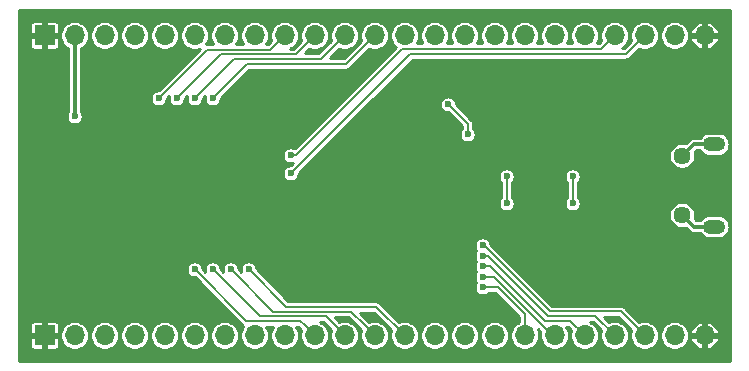
<source format=gbr>
G04 #@! TF.GenerationSoftware,KiCad,Pcbnew,(5.1.6)-1*
G04 #@! TF.CreationDate,2020-08-30T12:06:01+10:00*
G04 #@! TF.ProjectId,ESP32-S2-Breakout,45535033-322d-4533-922d-427265616b6f,rev?*
G04 #@! TF.SameCoordinates,Original*
G04 #@! TF.FileFunction,Copper,L2,Bot*
G04 #@! TF.FilePolarity,Positive*
%FSLAX46Y46*%
G04 Gerber Fmt 4.6, Leading zero omitted, Abs format (unit mm)*
G04 Created by KiCad (PCBNEW (5.1.6)-1) date 2020-08-30 12:06:01*
%MOMM*%
%LPD*%
G01*
G04 APERTURE LIST*
G04 #@! TA.AperFunction,ComponentPad*
%ADD10O,1.700000X1.700000*%
G04 #@! TD*
G04 #@! TA.AperFunction,ComponentPad*
%ADD11R,1.700000X1.700000*%
G04 #@! TD*
G04 #@! TA.AperFunction,ComponentPad*
%ADD12O,1.900000X1.200000*%
G04 #@! TD*
G04 #@! TA.AperFunction,ComponentPad*
%ADD13C,1.450000*%
G04 #@! TD*
G04 #@! TA.AperFunction,ViaPad*
%ADD14C,0.600000*%
G04 #@! TD*
G04 #@! TA.AperFunction,Conductor*
%ADD15C,0.304800*%
G04 #@! TD*
G04 #@! TA.AperFunction,Conductor*
%ADD16C,0.203200*%
G04 #@! TD*
G04 #@! TA.AperFunction,Conductor*
%ADD17C,0.254000*%
G04 #@! TD*
G04 APERTURE END LIST*
D10*
X175260000Y-86360000D03*
X172720000Y-86360000D03*
X170180000Y-86360000D03*
X167640000Y-86360000D03*
X165100000Y-86360000D03*
X162560000Y-86360000D03*
X160020000Y-86360000D03*
X157480000Y-86360000D03*
X154940000Y-86360000D03*
X152400000Y-86360000D03*
X149860000Y-86360000D03*
X147320000Y-86360000D03*
X144780000Y-86360000D03*
X142240000Y-86360000D03*
X139700000Y-86360000D03*
X137160000Y-86360000D03*
X134620000Y-86360000D03*
X132080000Y-86360000D03*
X129540000Y-86360000D03*
X127000000Y-86360000D03*
X124460000Y-86360000D03*
X121920000Y-86360000D03*
D11*
X119380000Y-86360000D03*
D10*
X175260000Y-111760000D03*
X172720000Y-111760000D03*
X170180000Y-111760000D03*
X167640000Y-111760000D03*
X165100000Y-111760000D03*
X162560000Y-111760000D03*
X160020000Y-111760000D03*
X157480000Y-111760000D03*
X154940000Y-111760000D03*
X152400000Y-111760000D03*
X149860000Y-111760000D03*
X147320000Y-111760000D03*
X144780000Y-111760000D03*
X142240000Y-111760000D03*
X139700000Y-111760000D03*
X137160000Y-111760000D03*
X134620000Y-111760000D03*
X132080000Y-111760000D03*
X129540000Y-111760000D03*
X127000000Y-111760000D03*
X124460000Y-111760000D03*
X121920000Y-111760000D03*
D11*
X119380000Y-111760000D03*
D12*
X176055000Y-95560000D03*
X176055000Y-102560000D03*
D13*
X173355000Y-96560000D03*
X173355000Y-101560000D03*
D14*
X129540000Y-97028000D03*
X123444000Y-97028000D03*
X123444000Y-103124000D03*
X129540000Y-103124000D03*
X129540000Y-98552000D03*
X129540000Y-101600000D03*
X123444000Y-101600000D03*
X123444000Y-98552000D03*
X153924000Y-103378000D03*
X124968000Y-103124000D03*
X124968000Y-97028000D03*
X126492000Y-103124000D03*
X126492000Y-97028000D03*
X128016000Y-103124000D03*
X128016000Y-97028000D03*
X173228000Y-107315000D03*
X173228000Y-90678000D03*
X149352000Y-90678000D03*
X123444000Y-100076000D03*
X129540000Y-100076000D03*
X171704000Y-97282000D03*
X147828000Y-106679996D03*
X168402000Y-93217994D03*
X166243000Y-100838000D03*
X151638000Y-95758000D03*
X151638000Y-99060000D03*
X162433000Y-90551000D03*
X157353000Y-92075000D03*
X139954000Y-92202000D03*
X160401000Y-100584000D03*
X167386000Y-106299000D03*
X167386000Y-91694000D03*
X121920000Y-93218000D03*
X153543000Y-92202000D03*
X155194008Y-94742000D03*
X158496000Y-100584000D03*
X158496000Y-98298006D03*
X156464000Y-104140000D03*
X156464000Y-105029000D03*
X156464000Y-105918000D03*
X156464000Y-106807000D03*
X156464000Y-107696000D03*
X136652000Y-106172000D03*
X135128000Y-106172000D03*
X133604000Y-106172000D03*
X132080000Y-106172000D03*
X140208000Y-98044000D03*
X140208000Y-96520000D03*
X133604000Y-91694000D03*
X132080000Y-91694000D03*
X130556000Y-91694000D03*
X129032000Y-91694000D03*
X164084000Y-100584000D03*
X164084000Y-98298000D03*
D15*
X121920000Y-86360000D02*
X121920000Y-93218000D01*
D16*
X153543000Y-92202000D02*
X155194008Y-93853008D01*
X155194008Y-93853008D02*
X155194008Y-94742000D01*
X158496000Y-100584000D02*
X158496000Y-98298006D01*
X156591000Y-104140000D02*
X156464000Y-104140000D01*
X162179001Y-109728001D02*
X156591000Y-104140000D01*
X168148001Y-109728001D02*
X162179001Y-109728001D01*
X170180000Y-111760000D02*
X168148001Y-109728001D01*
X167640000Y-111760000D02*
X166011211Y-110131211D01*
X156888264Y-105029000D02*
X156464000Y-105029000D01*
X166011211Y-110131211D02*
X161990475Y-110131211D01*
X161990475Y-110131211D02*
X156888264Y-105029000D01*
X163874421Y-110534421D02*
X161712873Y-110534421D01*
X156888264Y-105918000D02*
X156464000Y-105918000D01*
X157096452Y-105918000D02*
X156888264Y-105918000D01*
X165100000Y-111760000D02*
X163874421Y-110534421D01*
X161712873Y-110534421D02*
X157096452Y-105918000D01*
X162560000Y-111760000D02*
X162368226Y-111760000D01*
X157415226Y-106807000D02*
X156888264Y-106807000D01*
X156888264Y-106807000D02*
X156464000Y-106807000D01*
X162368226Y-111760000D02*
X157415226Y-106807000D01*
X157734000Y-107696000D02*
X156464000Y-107696000D01*
X160020000Y-109982000D02*
X157734000Y-107696000D01*
X160020000Y-111760000D02*
X160020000Y-109982000D01*
X139827000Y-109347000D02*
X147447000Y-109347000D01*
X136652000Y-106172000D02*
X139827000Y-109347000D01*
X147447000Y-109347000D02*
X149860000Y-111760000D01*
X146470001Y-110910001D02*
X147320000Y-111760000D01*
X145310211Y-109750211D02*
X146470001Y-110910001D01*
X138706211Y-109750211D02*
X145310211Y-109750211D01*
X135128000Y-106172000D02*
X138706211Y-109750211D01*
X133604000Y-106172000D02*
X137585422Y-110153422D01*
X143930001Y-110910001D02*
X144780000Y-111760000D01*
X137585422Y-110153422D02*
X143173422Y-110153422D01*
X143173422Y-110153422D02*
X143930001Y-110910001D01*
X136464633Y-110556633D02*
X141036633Y-110556633D01*
X141390001Y-110910001D02*
X142240000Y-111760000D01*
X141036633Y-110556633D02*
X141390001Y-110910001D01*
X132080000Y-106172000D02*
X136464633Y-110556633D01*
X168625189Y-87914811D02*
X169330001Y-87209999D01*
X150337189Y-87914811D02*
X168625189Y-87914811D01*
X169330001Y-87209999D02*
X170180000Y-86360000D01*
X140208000Y-98044000D02*
X150337189Y-87914811D01*
X140632264Y-96520000D02*
X149640663Y-87511601D01*
X149640663Y-87511601D02*
X166488399Y-87511601D01*
X166488399Y-87511601D02*
X166790001Y-87209999D01*
X140208000Y-96520000D02*
X140632264Y-96520000D01*
X166790001Y-87209999D02*
X167640000Y-86360000D01*
X146470001Y-87209999D02*
X147320000Y-86360000D01*
X144907000Y-88773000D02*
X146470001Y-87209999D01*
X136525000Y-88773000D02*
X144907000Y-88773000D01*
X133604000Y-91694000D02*
X136525000Y-88773000D01*
X143930001Y-87209999D02*
X144780000Y-86360000D01*
X142770211Y-88369789D02*
X143930001Y-87209999D01*
X135404211Y-88369789D02*
X142770211Y-88369789D01*
X132080000Y-91694000D02*
X135404211Y-88369789D01*
X140633422Y-87966578D02*
X141390001Y-87209999D01*
X141390001Y-87209999D02*
X142240000Y-86360000D01*
X130556000Y-91694000D02*
X134283422Y-87966578D01*
X134283422Y-87966578D02*
X140633422Y-87966578D01*
X138496633Y-87563367D02*
X138850001Y-87209999D01*
X133162633Y-87563367D02*
X138496633Y-87563367D01*
X129032000Y-91694000D02*
X133162633Y-87563367D01*
X138850001Y-87209999D02*
X139700000Y-86360000D01*
D15*
X174355000Y-102560000D02*
X173355000Y-101560000D01*
X176055000Y-102560000D02*
X174355000Y-102560000D01*
X174355000Y-95560000D02*
X173355000Y-96560000D01*
X176055000Y-95560000D02*
X174355000Y-95560000D01*
D16*
X164084000Y-100584000D02*
X164084000Y-98298000D01*
D17*
G36*
X177394000Y-113894000D02*
G01*
X117246000Y-113894000D01*
X117246000Y-112610000D01*
X118147157Y-112610000D01*
X118154513Y-112684689D01*
X118176299Y-112756508D01*
X118211678Y-112822696D01*
X118259289Y-112880711D01*
X118317304Y-112928322D01*
X118383492Y-112963701D01*
X118455311Y-112985487D01*
X118530000Y-112992843D01*
X119157750Y-112991000D01*
X119253000Y-112895750D01*
X119253000Y-111887000D01*
X119507000Y-111887000D01*
X119507000Y-112895750D01*
X119602250Y-112991000D01*
X120230000Y-112992843D01*
X120304689Y-112985487D01*
X120376508Y-112963701D01*
X120442696Y-112928322D01*
X120500711Y-112880711D01*
X120548322Y-112822696D01*
X120583701Y-112756508D01*
X120605487Y-112684689D01*
X120612843Y-112610000D01*
X120611000Y-111982250D01*
X120515750Y-111887000D01*
X119507000Y-111887000D01*
X119253000Y-111887000D01*
X118244250Y-111887000D01*
X118149000Y-111982250D01*
X118147157Y-112610000D01*
X117246000Y-112610000D01*
X117246000Y-111638757D01*
X120689000Y-111638757D01*
X120689000Y-111881243D01*
X120736307Y-112119069D01*
X120829102Y-112343097D01*
X120963820Y-112544717D01*
X121135283Y-112716180D01*
X121336903Y-112850898D01*
X121560931Y-112943693D01*
X121798757Y-112991000D01*
X122041243Y-112991000D01*
X122279069Y-112943693D01*
X122503097Y-112850898D01*
X122704717Y-112716180D01*
X122876180Y-112544717D01*
X123010898Y-112343097D01*
X123103693Y-112119069D01*
X123151000Y-111881243D01*
X123151000Y-111638757D01*
X123229000Y-111638757D01*
X123229000Y-111881243D01*
X123276307Y-112119069D01*
X123369102Y-112343097D01*
X123503820Y-112544717D01*
X123675283Y-112716180D01*
X123876903Y-112850898D01*
X124100931Y-112943693D01*
X124338757Y-112991000D01*
X124581243Y-112991000D01*
X124819069Y-112943693D01*
X125043097Y-112850898D01*
X125244717Y-112716180D01*
X125416180Y-112544717D01*
X125550898Y-112343097D01*
X125643693Y-112119069D01*
X125691000Y-111881243D01*
X125691000Y-111638757D01*
X125769000Y-111638757D01*
X125769000Y-111881243D01*
X125816307Y-112119069D01*
X125909102Y-112343097D01*
X126043820Y-112544717D01*
X126215283Y-112716180D01*
X126416903Y-112850898D01*
X126640931Y-112943693D01*
X126878757Y-112991000D01*
X127121243Y-112991000D01*
X127359069Y-112943693D01*
X127583097Y-112850898D01*
X127784717Y-112716180D01*
X127956180Y-112544717D01*
X128090898Y-112343097D01*
X128183693Y-112119069D01*
X128231000Y-111881243D01*
X128231000Y-111638757D01*
X128309000Y-111638757D01*
X128309000Y-111881243D01*
X128356307Y-112119069D01*
X128449102Y-112343097D01*
X128583820Y-112544717D01*
X128755283Y-112716180D01*
X128956903Y-112850898D01*
X129180931Y-112943693D01*
X129418757Y-112991000D01*
X129661243Y-112991000D01*
X129899069Y-112943693D01*
X130123097Y-112850898D01*
X130324717Y-112716180D01*
X130496180Y-112544717D01*
X130630898Y-112343097D01*
X130723693Y-112119069D01*
X130771000Y-111881243D01*
X130771000Y-111638757D01*
X130849000Y-111638757D01*
X130849000Y-111881243D01*
X130896307Y-112119069D01*
X130989102Y-112343097D01*
X131123820Y-112544717D01*
X131295283Y-112716180D01*
X131496903Y-112850898D01*
X131720931Y-112943693D01*
X131958757Y-112991000D01*
X132201243Y-112991000D01*
X132439069Y-112943693D01*
X132663097Y-112850898D01*
X132864717Y-112716180D01*
X133036180Y-112544717D01*
X133170898Y-112343097D01*
X133263693Y-112119069D01*
X133311000Y-111881243D01*
X133311000Y-111638757D01*
X133389000Y-111638757D01*
X133389000Y-111881243D01*
X133436307Y-112119069D01*
X133529102Y-112343097D01*
X133663820Y-112544717D01*
X133835283Y-112716180D01*
X134036903Y-112850898D01*
X134260931Y-112943693D01*
X134498757Y-112991000D01*
X134741243Y-112991000D01*
X134979069Y-112943693D01*
X135203097Y-112850898D01*
X135404717Y-112716180D01*
X135576180Y-112544717D01*
X135710898Y-112343097D01*
X135803693Y-112119069D01*
X135851000Y-111881243D01*
X135851000Y-111638757D01*
X135803693Y-111400931D01*
X135710898Y-111176903D01*
X135576180Y-110975283D01*
X135404717Y-110803820D01*
X135203097Y-110669102D01*
X134979069Y-110576307D01*
X134741243Y-110529000D01*
X134498757Y-110529000D01*
X134260931Y-110576307D01*
X134036903Y-110669102D01*
X133835283Y-110803820D01*
X133663820Y-110975283D01*
X133529102Y-111176903D01*
X133436307Y-111400931D01*
X133389000Y-111638757D01*
X133311000Y-111638757D01*
X133263693Y-111400931D01*
X133170898Y-111176903D01*
X133036180Y-110975283D01*
X132864717Y-110803820D01*
X132663097Y-110669102D01*
X132439069Y-110576307D01*
X132201243Y-110529000D01*
X131958757Y-110529000D01*
X131720931Y-110576307D01*
X131496903Y-110669102D01*
X131295283Y-110803820D01*
X131123820Y-110975283D01*
X130989102Y-111176903D01*
X130896307Y-111400931D01*
X130849000Y-111638757D01*
X130771000Y-111638757D01*
X130723693Y-111400931D01*
X130630898Y-111176903D01*
X130496180Y-110975283D01*
X130324717Y-110803820D01*
X130123097Y-110669102D01*
X129899069Y-110576307D01*
X129661243Y-110529000D01*
X129418757Y-110529000D01*
X129180931Y-110576307D01*
X128956903Y-110669102D01*
X128755283Y-110803820D01*
X128583820Y-110975283D01*
X128449102Y-111176903D01*
X128356307Y-111400931D01*
X128309000Y-111638757D01*
X128231000Y-111638757D01*
X128183693Y-111400931D01*
X128090898Y-111176903D01*
X127956180Y-110975283D01*
X127784717Y-110803820D01*
X127583097Y-110669102D01*
X127359069Y-110576307D01*
X127121243Y-110529000D01*
X126878757Y-110529000D01*
X126640931Y-110576307D01*
X126416903Y-110669102D01*
X126215283Y-110803820D01*
X126043820Y-110975283D01*
X125909102Y-111176903D01*
X125816307Y-111400931D01*
X125769000Y-111638757D01*
X125691000Y-111638757D01*
X125643693Y-111400931D01*
X125550898Y-111176903D01*
X125416180Y-110975283D01*
X125244717Y-110803820D01*
X125043097Y-110669102D01*
X124819069Y-110576307D01*
X124581243Y-110529000D01*
X124338757Y-110529000D01*
X124100931Y-110576307D01*
X123876903Y-110669102D01*
X123675283Y-110803820D01*
X123503820Y-110975283D01*
X123369102Y-111176903D01*
X123276307Y-111400931D01*
X123229000Y-111638757D01*
X123151000Y-111638757D01*
X123103693Y-111400931D01*
X123010898Y-111176903D01*
X122876180Y-110975283D01*
X122704717Y-110803820D01*
X122503097Y-110669102D01*
X122279069Y-110576307D01*
X122041243Y-110529000D01*
X121798757Y-110529000D01*
X121560931Y-110576307D01*
X121336903Y-110669102D01*
X121135283Y-110803820D01*
X120963820Y-110975283D01*
X120829102Y-111176903D01*
X120736307Y-111400931D01*
X120689000Y-111638757D01*
X117246000Y-111638757D01*
X117246000Y-110910000D01*
X118147157Y-110910000D01*
X118149000Y-111537750D01*
X118244250Y-111633000D01*
X119253000Y-111633000D01*
X119253000Y-110624250D01*
X119507000Y-110624250D01*
X119507000Y-111633000D01*
X120515750Y-111633000D01*
X120611000Y-111537750D01*
X120612843Y-110910000D01*
X120605487Y-110835311D01*
X120583701Y-110763492D01*
X120548322Y-110697304D01*
X120500711Y-110639289D01*
X120442696Y-110591678D01*
X120376508Y-110556299D01*
X120304689Y-110534513D01*
X120230000Y-110527157D01*
X119602250Y-110529000D01*
X119507000Y-110624250D01*
X119253000Y-110624250D01*
X119157750Y-110529000D01*
X118530000Y-110527157D01*
X118455311Y-110534513D01*
X118383492Y-110556299D01*
X118317304Y-110591678D01*
X118259289Y-110639289D01*
X118211678Y-110697304D01*
X118176299Y-110763492D01*
X118154513Y-110835311D01*
X118147157Y-110910000D01*
X117246000Y-110910000D01*
X117246000Y-106104927D01*
X131399000Y-106104927D01*
X131399000Y-106239073D01*
X131425171Y-106370640D01*
X131476506Y-106494574D01*
X131551033Y-106606112D01*
X131645888Y-106700967D01*
X131757426Y-106775494D01*
X131881360Y-106826829D01*
X132012927Y-106853000D01*
X132078501Y-106853000D01*
X136106616Y-110881115D01*
X136121732Y-110899534D01*
X136195218Y-110959842D01*
X136210886Y-110968217D01*
X136203820Y-110975283D01*
X136069102Y-111176903D01*
X135976307Y-111400931D01*
X135929000Y-111638757D01*
X135929000Y-111881243D01*
X135976307Y-112119069D01*
X136069102Y-112343097D01*
X136203820Y-112544717D01*
X136375283Y-112716180D01*
X136576903Y-112850898D01*
X136800931Y-112943693D01*
X137038757Y-112991000D01*
X137281243Y-112991000D01*
X137519069Y-112943693D01*
X137743097Y-112850898D01*
X137944717Y-112716180D01*
X138116180Y-112544717D01*
X138250898Y-112343097D01*
X138343693Y-112119069D01*
X138391000Y-111881243D01*
X138391000Y-111638757D01*
X138343693Y-111400931D01*
X138250898Y-111176903D01*
X138158910Y-111039233D01*
X138701090Y-111039233D01*
X138609102Y-111176903D01*
X138516307Y-111400931D01*
X138469000Y-111638757D01*
X138469000Y-111881243D01*
X138516307Y-112119069D01*
X138609102Y-112343097D01*
X138743820Y-112544717D01*
X138915283Y-112716180D01*
X139116903Y-112850898D01*
X139340931Y-112943693D01*
X139578757Y-112991000D01*
X139821243Y-112991000D01*
X140059069Y-112943693D01*
X140283097Y-112850898D01*
X140484717Y-112716180D01*
X140656180Y-112544717D01*
X140790898Y-112343097D01*
X140883693Y-112119069D01*
X140931000Y-111881243D01*
X140931000Y-111638757D01*
X140883693Y-111400931D01*
X140790898Y-111176903D01*
X140698910Y-111039233D01*
X140836734Y-111039233D01*
X141065514Y-111268014D01*
X141065519Y-111268018D01*
X141097934Y-111300433D01*
X141056307Y-111400931D01*
X141009000Y-111638757D01*
X141009000Y-111881243D01*
X141056307Y-112119069D01*
X141149102Y-112343097D01*
X141283820Y-112544717D01*
X141455283Y-112716180D01*
X141656903Y-112850898D01*
X141880931Y-112943693D01*
X142118757Y-112991000D01*
X142361243Y-112991000D01*
X142599069Y-112943693D01*
X142823097Y-112850898D01*
X143024717Y-112716180D01*
X143196180Y-112544717D01*
X143330898Y-112343097D01*
X143423693Y-112119069D01*
X143471000Y-111881243D01*
X143471000Y-111638757D01*
X143423693Y-111400931D01*
X143330898Y-111176903D01*
X143196180Y-110975283D01*
X143024717Y-110803820D01*
X142823097Y-110669102D01*
X142743234Y-110636022D01*
X142973523Y-110636022D01*
X143637934Y-111300433D01*
X143596307Y-111400931D01*
X143549000Y-111638757D01*
X143549000Y-111881243D01*
X143596307Y-112119069D01*
X143689102Y-112343097D01*
X143823820Y-112544717D01*
X143995283Y-112716180D01*
X144196903Y-112850898D01*
X144420931Y-112943693D01*
X144658757Y-112991000D01*
X144901243Y-112991000D01*
X145139069Y-112943693D01*
X145363097Y-112850898D01*
X145564717Y-112716180D01*
X145736180Y-112544717D01*
X145870898Y-112343097D01*
X145963693Y-112119069D01*
X146011000Y-111881243D01*
X146011000Y-111638757D01*
X145963693Y-111400931D01*
X145870898Y-111176903D01*
X145736180Y-110975283D01*
X145564717Y-110803820D01*
X145363097Y-110669102D01*
X145139069Y-110576307D01*
X144901243Y-110529000D01*
X144658757Y-110529000D01*
X144420931Y-110576307D01*
X144320433Y-110617934D01*
X143935310Y-110232811D01*
X145110312Y-110232811D01*
X146145514Y-111268014D01*
X146145519Y-111268018D01*
X146177934Y-111300433D01*
X146136307Y-111400931D01*
X146089000Y-111638757D01*
X146089000Y-111881243D01*
X146136307Y-112119069D01*
X146229102Y-112343097D01*
X146363820Y-112544717D01*
X146535283Y-112716180D01*
X146736903Y-112850898D01*
X146960931Y-112943693D01*
X147198757Y-112991000D01*
X147441243Y-112991000D01*
X147679069Y-112943693D01*
X147903097Y-112850898D01*
X148104717Y-112716180D01*
X148276180Y-112544717D01*
X148410898Y-112343097D01*
X148503693Y-112119069D01*
X148551000Y-111881243D01*
X148551000Y-111638757D01*
X148503693Y-111400931D01*
X148410898Y-111176903D01*
X148276180Y-110975283D01*
X148104717Y-110803820D01*
X147903097Y-110669102D01*
X147679069Y-110576307D01*
X147441243Y-110529000D01*
X147198757Y-110529000D01*
X146960931Y-110576307D01*
X146860433Y-110617934D01*
X146828018Y-110585519D01*
X146828014Y-110585514D01*
X146072099Y-109829600D01*
X147247101Y-109829600D01*
X148717934Y-111300433D01*
X148676307Y-111400931D01*
X148629000Y-111638757D01*
X148629000Y-111881243D01*
X148676307Y-112119069D01*
X148769102Y-112343097D01*
X148903820Y-112544717D01*
X149075283Y-112716180D01*
X149276903Y-112850898D01*
X149500931Y-112943693D01*
X149738757Y-112991000D01*
X149981243Y-112991000D01*
X150219069Y-112943693D01*
X150443097Y-112850898D01*
X150644717Y-112716180D01*
X150816180Y-112544717D01*
X150950898Y-112343097D01*
X151043693Y-112119069D01*
X151091000Y-111881243D01*
X151091000Y-111638757D01*
X151169000Y-111638757D01*
X151169000Y-111881243D01*
X151216307Y-112119069D01*
X151309102Y-112343097D01*
X151443820Y-112544717D01*
X151615283Y-112716180D01*
X151816903Y-112850898D01*
X152040931Y-112943693D01*
X152278757Y-112991000D01*
X152521243Y-112991000D01*
X152759069Y-112943693D01*
X152983097Y-112850898D01*
X153184717Y-112716180D01*
X153356180Y-112544717D01*
X153490898Y-112343097D01*
X153583693Y-112119069D01*
X153631000Y-111881243D01*
X153631000Y-111638757D01*
X153709000Y-111638757D01*
X153709000Y-111881243D01*
X153756307Y-112119069D01*
X153849102Y-112343097D01*
X153983820Y-112544717D01*
X154155283Y-112716180D01*
X154356903Y-112850898D01*
X154580931Y-112943693D01*
X154818757Y-112991000D01*
X155061243Y-112991000D01*
X155299069Y-112943693D01*
X155523097Y-112850898D01*
X155724717Y-112716180D01*
X155896180Y-112544717D01*
X156030898Y-112343097D01*
X156123693Y-112119069D01*
X156171000Y-111881243D01*
X156171000Y-111638757D01*
X156249000Y-111638757D01*
X156249000Y-111881243D01*
X156296307Y-112119069D01*
X156389102Y-112343097D01*
X156523820Y-112544717D01*
X156695283Y-112716180D01*
X156896903Y-112850898D01*
X157120931Y-112943693D01*
X157358757Y-112991000D01*
X157601243Y-112991000D01*
X157839069Y-112943693D01*
X158063097Y-112850898D01*
X158264717Y-112716180D01*
X158436180Y-112544717D01*
X158570898Y-112343097D01*
X158663693Y-112119069D01*
X158711000Y-111881243D01*
X158711000Y-111638757D01*
X158663693Y-111400931D01*
X158570898Y-111176903D01*
X158436180Y-110975283D01*
X158264717Y-110803820D01*
X158063097Y-110669102D01*
X157839069Y-110576307D01*
X157601243Y-110529000D01*
X157358757Y-110529000D01*
X157120931Y-110576307D01*
X156896903Y-110669102D01*
X156695283Y-110803820D01*
X156523820Y-110975283D01*
X156389102Y-111176903D01*
X156296307Y-111400931D01*
X156249000Y-111638757D01*
X156171000Y-111638757D01*
X156123693Y-111400931D01*
X156030898Y-111176903D01*
X155896180Y-110975283D01*
X155724717Y-110803820D01*
X155523097Y-110669102D01*
X155299069Y-110576307D01*
X155061243Y-110529000D01*
X154818757Y-110529000D01*
X154580931Y-110576307D01*
X154356903Y-110669102D01*
X154155283Y-110803820D01*
X153983820Y-110975283D01*
X153849102Y-111176903D01*
X153756307Y-111400931D01*
X153709000Y-111638757D01*
X153631000Y-111638757D01*
X153583693Y-111400931D01*
X153490898Y-111176903D01*
X153356180Y-110975283D01*
X153184717Y-110803820D01*
X152983097Y-110669102D01*
X152759069Y-110576307D01*
X152521243Y-110529000D01*
X152278757Y-110529000D01*
X152040931Y-110576307D01*
X151816903Y-110669102D01*
X151615283Y-110803820D01*
X151443820Y-110975283D01*
X151309102Y-111176903D01*
X151216307Y-111400931D01*
X151169000Y-111638757D01*
X151091000Y-111638757D01*
X151043693Y-111400931D01*
X150950898Y-111176903D01*
X150816180Y-110975283D01*
X150644717Y-110803820D01*
X150443097Y-110669102D01*
X150219069Y-110576307D01*
X149981243Y-110529000D01*
X149738757Y-110529000D01*
X149500931Y-110576307D01*
X149400433Y-110617934D01*
X147805017Y-109022518D01*
X147789901Y-109004099D01*
X147716415Y-108943791D01*
X147632577Y-108898978D01*
X147541606Y-108871383D01*
X147470707Y-108864400D01*
X147470705Y-108864400D01*
X147447000Y-108862065D01*
X147423295Y-108864400D01*
X140026900Y-108864400D01*
X137333000Y-106170501D01*
X137333000Y-106104927D01*
X137306829Y-105973360D01*
X137255494Y-105849426D01*
X137180967Y-105737888D01*
X137086112Y-105643033D01*
X136974574Y-105568506D01*
X136850640Y-105517171D01*
X136719073Y-105491000D01*
X136584927Y-105491000D01*
X136453360Y-105517171D01*
X136329426Y-105568506D01*
X136217888Y-105643033D01*
X136123033Y-105737888D01*
X136048506Y-105849426D01*
X135997171Y-105973360D01*
X135971000Y-106104927D01*
X135971000Y-106239073D01*
X135994199Y-106355700D01*
X135809000Y-106170501D01*
X135809000Y-106104927D01*
X135782829Y-105973360D01*
X135731494Y-105849426D01*
X135656967Y-105737888D01*
X135562112Y-105643033D01*
X135450574Y-105568506D01*
X135326640Y-105517171D01*
X135195073Y-105491000D01*
X135060927Y-105491000D01*
X134929360Y-105517171D01*
X134805426Y-105568506D01*
X134693888Y-105643033D01*
X134599033Y-105737888D01*
X134524506Y-105849426D01*
X134473171Y-105973360D01*
X134447000Y-106104927D01*
X134447000Y-106239073D01*
X134470199Y-106355700D01*
X134285000Y-106170501D01*
X134285000Y-106104927D01*
X134258829Y-105973360D01*
X134207494Y-105849426D01*
X134132967Y-105737888D01*
X134038112Y-105643033D01*
X133926574Y-105568506D01*
X133802640Y-105517171D01*
X133671073Y-105491000D01*
X133536927Y-105491000D01*
X133405360Y-105517171D01*
X133281426Y-105568506D01*
X133169888Y-105643033D01*
X133075033Y-105737888D01*
X133000506Y-105849426D01*
X132949171Y-105973360D01*
X132923000Y-106104927D01*
X132923000Y-106239073D01*
X132946199Y-106355700D01*
X132761000Y-106170501D01*
X132761000Y-106104927D01*
X132734829Y-105973360D01*
X132683494Y-105849426D01*
X132608967Y-105737888D01*
X132514112Y-105643033D01*
X132402574Y-105568506D01*
X132278640Y-105517171D01*
X132147073Y-105491000D01*
X132012927Y-105491000D01*
X131881360Y-105517171D01*
X131757426Y-105568506D01*
X131645888Y-105643033D01*
X131551033Y-105737888D01*
X131476506Y-105849426D01*
X131425171Y-105973360D01*
X131399000Y-106104927D01*
X117246000Y-106104927D01*
X117246000Y-104072927D01*
X155783000Y-104072927D01*
X155783000Y-104207073D01*
X155809171Y-104338640D01*
X155860506Y-104462574D01*
X155935033Y-104574112D01*
X155945421Y-104584500D01*
X155935033Y-104594888D01*
X155860506Y-104706426D01*
X155809171Y-104830360D01*
X155783000Y-104961927D01*
X155783000Y-105096073D01*
X155809171Y-105227640D01*
X155860506Y-105351574D01*
X155935033Y-105463112D01*
X155945421Y-105473500D01*
X155935033Y-105483888D01*
X155860506Y-105595426D01*
X155809171Y-105719360D01*
X155783000Y-105850927D01*
X155783000Y-105985073D01*
X155809171Y-106116640D01*
X155860506Y-106240574D01*
X155935033Y-106352112D01*
X155945421Y-106362500D01*
X155935033Y-106372888D01*
X155860506Y-106484426D01*
X155809171Y-106608360D01*
X155783000Y-106739927D01*
X155783000Y-106874073D01*
X155809171Y-107005640D01*
X155860506Y-107129574D01*
X155935033Y-107241112D01*
X155945421Y-107251500D01*
X155935033Y-107261888D01*
X155860506Y-107373426D01*
X155809171Y-107497360D01*
X155783000Y-107628927D01*
X155783000Y-107763073D01*
X155809171Y-107894640D01*
X155860506Y-108018574D01*
X155935033Y-108130112D01*
X156029888Y-108224967D01*
X156141426Y-108299494D01*
X156265360Y-108350829D01*
X156396927Y-108377000D01*
X156531073Y-108377000D01*
X156662640Y-108350829D01*
X156786574Y-108299494D01*
X156898112Y-108224967D01*
X156944479Y-108178600D01*
X157534101Y-108178600D01*
X159537401Y-110181900D01*
X159537401Y-110627475D01*
X159436903Y-110669102D01*
X159235283Y-110803820D01*
X159063820Y-110975283D01*
X158929102Y-111176903D01*
X158836307Y-111400931D01*
X158789000Y-111638757D01*
X158789000Y-111881243D01*
X158836307Y-112119069D01*
X158929102Y-112343097D01*
X159063820Y-112544717D01*
X159235283Y-112716180D01*
X159436903Y-112850898D01*
X159660931Y-112943693D01*
X159898757Y-112991000D01*
X160141243Y-112991000D01*
X160379069Y-112943693D01*
X160603097Y-112850898D01*
X160804717Y-112716180D01*
X160976180Y-112544717D01*
X161110898Y-112343097D01*
X161203693Y-112119069D01*
X161251000Y-111881243D01*
X161251000Y-111638757D01*
X161203693Y-111400931D01*
X161116745Y-111191019D01*
X161368069Y-111442343D01*
X161329000Y-111638757D01*
X161329000Y-111881243D01*
X161376307Y-112119069D01*
X161469102Y-112343097D01*
X161603820Y-112544717D01*
X161775283Y-112716180D01*
X161976903Y-112850898D01*
X162200931Y-112943693D01*
X162438757Y-112991000D01*
X162681243Y-112991000D01*
X162919069Y-112943693D01*
X163143097Y-112850898D01*
X163344717Y-112716180D01*
X163516180Y-112544717D01*
X163650898Y-112343097D01*
X163743693Y-112119069D01*
X163791000Y-111881243D01*
X163791000Y-111638757D01*
X163743693Y-111400931D01*
X163650898Y-111176903D01*
X163544068Y-111017021D01*
X163674522Y-111017021D01*
X163957934Y-111300433D01*
X163916307Y-111400931D01*
X163869000Y-111638757D01*
X163869000Y-111881243D01*
X163916307Y-112119069D01*
X164009102Y-112343097D01*
X164143820Y-112544717D01*
X164315283Y-112716180D01*
X164516903Y-112850898D01*
X164740931Y-112943693D01*
X164978757Y-112991000D01*
X165221243Y-112991000D01*
X165459069Y-112943693D01*
X165683097Y-112850898D01*
X165884717Y-112716180D01*
X166056180Y-112544717D01*
X166190898Y-112343097D01*
X166283693Y-112119069D01*
X166331000Y-111881243D01*
X166331000Y-111638757D01*
X166283693Y-111400931D01*
X166190898Y-111176903D01*
X166056180Y-110975283D01*
X165884717Y-110803820D01*
X165683097Y-110669102D01*
X165549612Y-110613811D01*
X165811312Y-110613811D01*
X166497934Y-111300433D01*
X166456307Y-111400931D01*
X166409000Y-111638757D01*
X166409000Y-111881243D01*
X166456307Y-112119069D01*
X166549102Y-112343097D01*
X166683820Y-112544717D01*
X166855283Y-112716180D01*
X167056903Y-112850898D01*
X167280931Y-112943693D01*
X167518757Y-112991000D01*
X167761243Y-112991000D01*
X167999069Y-112943693D01*
X168223097Y-112850898D01*
X168424717Y-112716180D01*
X168596180Y-112544717D01*
X168730898Y-112343097D01*
X168823693Y-112119069D01*
X168871000Y-111881243D01*
X168871000Y-111638757D01*
X168823693Y-111400931D01*
X168730898Y-111176903D01*
X168596180Y-110975283D01*
X168424717Y-110803820D01*
X168223097Y-110669102D01*
X167999069Y-110576307D01*
X167761243Y-110529000D01*
X167518757Y-110529000D01*
X167280931Y-110576307D01*
X167180433Y-110617934D01*
X166773100Y-110210601D01*
X167948102Y-110210601D01*
X169037934Y-111300434D01*
X168996307Y-111400931D01*
X168949000Y-111638757D01*
X168949000Y-111881243D01*
X168996307Y-112119069D01*
X169089102Y-112343097D01*
X169223820Y-112544717D01*
X169395283Y-112716180D01*
X169596903Y-112850898D01*
X169820931Y-112943693D01*
X170058757Y-112991000D01*
X170301243Y-112991000D01*
X170539069Y-112943693D01*
X170763097Y-112850898D01*
X170964717Y-112716180D01*
X171136180Y-112544717D01*
X171270898Y-112343097D01*
X171363693Y-112119069D01*
X171411000Y-111881243D01*
X171411000Y-111638757D01*
X171489000Y-111638757D01*
X171489000Y-111881243D01*
X171536307Y-112119069D01*
X171629102Y-112343097D01*
X171763820Y-112544717D01*
X171935283Y-112716180D01*
X172136903Y-112850898D01*
X172360931Y-112943693D01*
X172598757Y-112991000D01*
X172841243Y-112991000D01*
X173079069Y-112943693D01*
X173303097Y-112850898D01*
X173504717Y-112716180D01*
X173676180Y-112544717D01*
X173810898Y-112343097D01*
X173903693Y-112119069D01*
X173912064Y-112076981D01*
X174070505Y-112076981D01*
X174155201Y-112302949D01*
X174282353Y-112508052D01*
X174447076Y-112684408D01*
X174643039Y-112825239D01*
X174862712Y-112925134D01*
X174943020Y-112949489D01*
X175133000Y-112888627D01*
X175133000Y-111887000D01*
X175387000Y-111887000D01*
X175387000Y-112888627D01*
X175576980Y-112949489D01*
X175657288Y-112925134D01*
X175876961Y-112825239D01*
X176072924Y-112684408D01*
X176237647Y-112508052D01*
X176364799Y-112302949D01*
X176449495Y-112076981D01*
X176389187Y-111887000D01*
X175387000Y-111887000D01*
X175133000Y-111887000D01*
X174130813Y-111887000D01*
X174070505Y-112076981D01*
X173912064Y-112076981D01*
X173951000Y-111881243D01*
X173951000Y-111638757D01*
X173912065Y-111443019D01*
X174070505Y-111443019D01*
X174130813Y-111633000D01*
X175133000Y-111633000D01*
X175133000Y-110631373D01*
X175387000Y-110631373D01*
X175387000Y-111633000D01*
X176389187Y-111633000D01*
X176449495Y-111443019D01*
X176364799Y-111217051D01*
X176237647Y-111011948D01*
X176072924Y-110835592D01*
X175876961Y-110694761D01*
X175657288Y-110594866D01*
X175576980Y-110570511D01*
X175387000Y-110631373D01*
X175133000Y-110631373D01*
X174943020Y-110570511D01*
X174862712Y-110594866D01*
X174643039Y-110694761D01*
X174447076Y-110835592D01*
X174282353Y-111011948D01*
X174155201Y-111217051D01*
X174070505Y-111443019D01*
X173912065Y-111443019D01*
X173903693Y-111400931D01*
X173810898Y-111176903D01*
X173676180Y-110975283D01*
X173504717Y-110803820D01*
X173303097Y-110669102D01*
X173079069Y-110576307D01*
X172841243Y-110529000D01*
X172598757Y-110529000D01*
X172360931Y-110576307D01*
X172136903Y-110669102D01*
X171935283Y-110803820D01*
X171763820Y-110975283D01*
X171629102Y-111176903D01*
X171536307Y-111400931D01*
X171489000Y-111638757D01*
X171411000Y-111638757D01*
X171363693Y-111400931D01*
X171270898Y-111176903D01*
X171136180Y-110975283D01*
X170964717Y-110803820D01*
X170763097Y-110669102D01*
X170539069Y-110576307D01*
X170301243Y-110529000D01*
X170058757Y-110529000D01*
X169820931Y-110576307D01*
X169720434Y-110617934D01*
X168506018Y-109403519D01*
X168490902Y-109385100D01*
X168417416Y-109324792D01*
X168333578Y-109279979D01*
X168242607Y-109252384D01*
X168171708Y-109245401D01*
X168171706Y-109245401D01*
X168148001Y-109243066D01*
X168124296Y-109245401D01*
X162378901Y-109245401D01*
X157129747Y-103996248D01*
X157118829Y-103941360D01*
X157067494Y-103817426D01*
X156992967Y-103705888D01*
X156898112Y-103611033D01*
X156786574Y-103536506D01*
X156662640Y-103485171D01*
X156531073Y-103459000D01*
X156396927Y-103459000D01*
X156265360Y-103485171D01*
X156141426Y-103536506D01*
X156029888Y-103611033D01*
X155935033Y-103705888D01*
X155860506Y-103817426D01*
X155809171Y-103941360D01*
X155783000Y-104072927D01*
X117246000Y-104072927D01*
X117246000Y-101451069D01*
X172249000Y-101451069D01*
X172249000Y-101668931D01*
X172291503Y-101882608D01*
X172374876Y-102083887D01*
X172495914Y-102265034D01*
X172649966Y-102419086D01*
X172831113Y-102540124D01*
X173032392Y-102623497D01*
X173246069Y-102666000D01*
X173463931Y-102666000D01*
X173666388Y-102625729D01*
X173959304Y-102918645D01*
X173976005Y-102938995D01*
X174057225Y-103005651D01*
X174149889Y-103055181D01*
X174250435Y-103085681D01*
X174328805Y-103093400D01*
X174328806Y-103093400D01*
X174355000Y-103095980D01*
X174381194Y-103093400D01*
X174877765Y-103093400D01*
X174885382Y-103107651D01*
X175007972Y-103257028D01*
X175157349Y-103379618D01*
X175327771Y-103470711D01*
X175512690Y-103526805D01*
X175656813Y-103541000D01*
X176453187Y-103541000D01*
X176597310Y-103526805D01*
X176782229Y-103470711D01*
X176952651Y-103379618D01*
X177102028Y-103257028D01*
X177224618Y-103107651D01*
X177315711Y-102937229D01*
X177371805Y-102752310D01*
X177390746Y-102560000D01*
X177371805Y-102367690D01*
X177315711Y-102182771D01*
X177224618Y-102012349D01*
X177102028Y-101862972D01*
X176952651Y-101740382D01*
X176782229Y-101649289D01*
X176597310Y-101593195D01*
X176453187Y-101579000D01*
X175656813Y-101579000D01*
X175512690Y-101593195D01*
X175327771Y-101649289D01*
X175157349Y-101740382D01*
X175007972Y-101862972D01*
X174885382Y-102012349D01*
X174877765Y-102026600D01*
X174575941Y-102026600D01*
X174420729Y-101871388D01*
X174461000Y-101668931D01*
X174461000Y-101451069D01*
X174418497Y-101237392D01*
X174335124Y-101036113D01*
X174214086Y-100854966D01*
X174060034Y-100700914D01*
X173878887Y-100579876D01*
X173677608Y-100496503D01*
X173463931Y-100454000D01*
X173246069Y-100454000D01*
X173032392Y-100496503D01*
X172831113Y-100579876D01*
X172649966Y-100700914D01*
X172495914Y-100854966D01*
X172374876Y-101036113D01*
X172291503Y-101237392D01*
X172249000Y-101451069D01*
X117246000Y-101451069D01*
X117246000Y-96452927D01*
X139527000Y-96452927D01*
X139527000Y-96587073D01*
X139553171Y-96718640D01*
X139604506Y-96842574D01*
X139679033Y-96954112D01*
X139773888Y-97048967D01*
X139885426Y-97123494D01*
X140009360Y-97174829D01*
X140140927Y-97201000D01*
X140275073Y-97201000D01*
X140391700Y-97177801D01*
X140206501Y-97363000D01*
X140140927Y-97363000D01*
X140009360Y-97389171D01*
X139885426Y-97440506D01*
X139773888Y-97515033D01*
X139679033Y-97609888D01*
X139604506Y-97721426D01*
X139553171Y-97845360D01*
X139527000Y-97976927D01*
X139527000Y-98111073D01*
X139553171Y-98242640D01*
X139604506Y-98366574D01*
X139679033Y-98478112D01*
X139773888Y-98572967D01*
X139885426Y-98647494D01*
X140009360Y-98698829D01*
X140140927Y-98725000D01*
X140275073Y-98725000D01*
X140406640Y-98698829D01*
X140530574Y-98647494D01*
X140642112Y-98572967D01*
X140736967Y-98478112D01*
X140811494Y-98366574D01*
X140862829Y-98242640D01*
X140865157Y-98230933D01*
X157815000Y-98230933D01*
X157815000Y-98365079D01*
X157841171Y-98496646D01*
X157892506Y-98620580D01*
X157967033Y-98732118D01*
X158013401Y-98778486D01*
X158013400Y-100103521D01*
X157967033Y-100149888D01*
X157892506Y-100261426D01*
X157841171Y-100385360D01*
X157815000Y-100516927D01*
X157815000Y-100651073D01*
X157841171Y-100782640D01*
X157892506Y-100906574D01*
X157967033Y-101018112D01*
X158061888Y-101112967D01*
X158173426Y-101187494D01*
X158297360Y-101238829D01*
X158428927Y-101265000D01*
X158563073Y-101265000D01*
X158694640Y-101238829D01*
X158818574Y-101187494D01*
X158930112Y-101112967D01*
X159024967Y-101018112D01*
X159099494Y-100906574D01*
X159150829Y-100782640D01*
X159177000Y-100651073D01*
X159177000Y-100516927D01*
X159150829Y-100385360D01*
X159099494Y-100261426D01*
X159024967Y-100149888D01*
X158978600Y-100103521D01*
X158978600Y-98778485D01*
X159024967Y-98732118D01*
X159099494Y-98620580D01*
X159150829Y-98496646D01*
X159177000Y-98365079D01*
X159177000Y-98230933D01*
X159176999Y-98230927D01*
X163403000Y-98230927D01*
X163403000Y-98365073D01*
X163429171Y-98496640D01*
X163480506Y-98620574D01*
X163555033Y-98732112D01*
X163601401Y-98778480D01*
X163601400Y-100103521D01*
X163555033Y-100149888D01*
X163480506Y-100261426D01*
X163429171Y-100385360D01*
X163403000Y-100516927D01*
X163403000Y-100651073D01*
X163429171Y-100782640D01*
X163480506Y-100906574D01*
X163555033Y-101018112D01*
X163649888Y-101112967D01*
X163761426Y-101187494D01*
X163885360Y-101238829D01*
X164016927Y-101265000D01*
X164151073Y-101265000D01*
X164282640Y-101238829D01*
X164406574Y-101187494D01*
X164518112Y-101112967D01*
X164612967Y-101018112D01*
X164687494Y-100906574D01*
X164738829Y-100782640D01*
X164765000Y-100651073D01*
X164765000Y-100516927D01*
X164738829Y-100385360D01*
X164687494Y-100261426D01*
X164612967Y-100149888D01*
X164566600Y-100103521D01*
X164566600Y-98778479D01*
X164612967Y-98732112D01*
X164687494Y-98620574D01*
X164738829Y-98496640D01*
X164765000Y-98365073D01*
X164765000Y-98230927D01*
X164738829Y-98099360D01*
X164687494Y-97975426D01*
X164612967Y-97863888D01*
X164518112Y-97769033D01*
X164406574Y-97694506D01*
X164282640Y-97643171D01*
X164151073Y-97617000D01*
X164016927Y-97617000D01*
X163885360Y-97643171D01*
X163761426Y-97694506D01*
X163649888Y-97769033D01*
X163555033Y-97863888D01*
X163480506Y-97975426D01*
X163429171Y-98099360D01*
X163403000Y-98230927D01*
X159176999Y-98230927D01*
X159150829Y-98099366D01*
X159099494Y-97975432D01*
X159024967Y-97863894D01*
X158930112Y-97769039D01*
X158818574Y-97694512D01*
X158694640Y-97643177D01*
X158563073Y-97617006D01*
X158428927Y-97617006D01*
X158297360Y-97643177D01*
X158173426Y-97694512D01*
X158061888Y-97769039D01*
X157967033Y-97863894D01*
X157892506Y-97975432D01*
X157841171Y-98099366D01*
X157815000Y-98230933D01*
X140865157Y-98230933D01*
X140889000Y-98111073D01*
X140889000Y-98045499D01*
X142483430Y-96451069D01*
X172249000Y-96451069D01*
X172249000Y-96668931D01*
X172291503Y-96882608D01*
X172374876Y-97083887D01*
X172495914Y-97265034D01*
X172649966Y-97419086D01*
X172831113Y-97540124D01*
X173032392Y-97623497D01*
X173246069Y-97666000D01*
X173463931Y-97666000D01*
X173677608Y-97623497D01*
X173878887Y-97540124D01*
X174060034Y-97419086D01*
X174214086Y-97265034D01*
X174335124Y-97083887D01*
X174418497Y-96882608D01*
X174461000Y-96668931D01*
X174461000Y-96451069D01*
X174420729Y-96248612D01*
X174575941Y-96093400D01*
X174877765Y-96093400D01*
X174885382Y-96107651D01*
X175007972Y-96257028D01*
X175157349Y-96379618D01*
X175327771Y-96470711D01*
X175512690Y-96526805D01*
X175656813Y-96541000D01*
X176453187Y-96541000D01*
X176597310Y-96526805D01*
X176782229Y-96470711D01*
X176952651Y-96379618D01*
X177102028Y-96257028D01*
X177224618Y-96107651D01*
X177315711Y-95937229D01*
X177371805Y-95752310D01*
X177390746Y-95560000D01*
X177371805Y-95367690D01*
X177315711Y-95182771D01*
X177224618Y-95012349D01*
X177102028Y-94862972D01*
X176952651Y-94740382D01*
X176782229Y-94649289D01*
X176597310Y-94593195D01*
X176453187Y-94579000D01*
X175656813Y-94579000D01*
X175512690Y-94593195D01*
X175327771Y-94649289D01*
X175157349Y-94740382D01*
X175007972Y-94862972D01*
X174885382Y-95012349D01*
X174877765Y-95026600D01*
X174381194Y-95026600D01*
X174355000Y-95024020D01*
X174328806Y-95026600D01*
X174328805Y-95026600D01*
X174250435Y-95034319D01*
X174149889Y-95064819D01*
X174057225Y-95114349D01*
X173976005Y-95181005D01*
X173959304Y-95201355D01*
X173666388Y-95494271D01*
X173463931Y-95454000D01*
X173246069Y-95454000D01*
X173032392Y-95496503D01*
X172831113Y-95579876D01*
X172649966Y-95700914D01*
X172495914Y-95854966D01*
X172374876Y-96036113D01*
X172291503Y-96237392D01*
X172249000Y-96451069D01*
X142483430Y-96451069D01*
X146799572Y-92134927D01*
X152862000Y-92134927D01*
X152862000Y-92269073D01*
X152888171Y-92400640D01*
X152939506Y-92524574D01*
X153014033Y-92636112D01*
X153108888Y-92730967D01*
X153220426Y-92805494D01*
X153344360Y-92856829D01*
X153475927Y-92883000D01*
X153541501Y-92883000D01*
X154711408Y-94052908D01*
X154711408Y-94261521D01*
X154665041Y-94307888D01*
X154590514Y-94419426D01*
X154539179Y-94543360D01*
X154513008Y-94674927D01*
X154513008Y-94809073D01*
X154539179Y-94940640D01*
X154590514Y-95064574D01*
X154665041Y-95176112D01*
X154759896Y-95270967D01*
X154871434Y-95345494D01*
X154995368Y-95396829D01*
X155126935Y-95423000D01*
X155261081Y-95423000D01*
X155392648Y-95396829D01*
X155516582Y-95345494D01*
X155628120Y-95270967D01*
X155722975Y-95176112D01*
X155797502Y-95064574D01*
X155848837Y-94940640D01*
X155875008Y-94809073D01*
X155875008Y-94674927D01*
X155848837Y-94543360D01*
X155797502Y-94419426D01*
X155722975Y-94307888D01*
X155676608Y-94261521D01*
X155676608Y-93876715D01*
X155678943Y-93853008D01*
X155669625Y-93758401D01*
X155642030Y-93667431D01*
X155597217Y-93583593D01*
X155570264Y-93550751D01*
X155552021Y-93528521D01*
X155552020Y-93528520D01*
X155536909Y-93510107D01*
X155518496Y-93494996D01*
X154224000Y-92200501D01*
X154224000Y-92134927D01*
X154197829Y-92003360D01*
X154146494Y-91879426D01*
X154071967Y-91767888D01*
X153977112Y-91673033D01*
X153865574Y-91598506D01*
X153741640Y-91547171D01*
X153610073Y-91521000D01*
X153475927Y-91521000D01*
X153344360Y-91547171D01*
X153220426Y-91598506D01*
X153108888Y-91673033D01*
X153014033Y-91767888D01*
X152939506Y-91879426D01*
X152888171Y-92003360D01*
X152862000Y-92134927D01*
X146799572Y-92134927D01*
X150537088Y-88397411D01*
X168601484Y-88397411D01*
X168625189Y-88399746D01*
X168648894Y-88397411D01*
X168648896Y-88397411D01*
X168719795Y-88390428D01*
X168810766Y-88362833D01*
X168894604Y-88318020D01*
X168968090Y-88257712D01*
X168983206Y-88239293D01*
X169688014Y-87534486D01*
X169688018Y-87534481D01*
X169720433Y-87502066D01*
X169820931Y-87543693D01*
X170058757Y-87591000D01*
X170301243Y-87591000D01*
X170539069Y-87543693D01*
X170763097Y-87450898D01*
X170964717Y-87316180D01*
X171136180Y-87144717D01*
X171270898Y-86943097D01*
X171363693Y-86719069D01*
X171411000Y-86481243D01*
X171411000Y-86238757D01*
X171489000Y-86238757D01*
X171489000Y-86481243D01*
X171536307Y-86719069D01*
X171629102Y-86943097D01*
X171763820Y-87144717D01*
X171935283Y-87316180D01*
X172136903Y-87450898D01*
X172360931Y-87543693D01*
X172598757Y-87591000D01*
X172841243Y-87591000D01*
X173079069Y-87543693D01*
X173303097Y-87450898D01*
X173504717Y-87316180D01*
X173676180Y-87144717D01*
X173810898Y-86943097D01*
X173903693Y-86719069D01*
X173912064Y-86676981D01*
X174070505Y-86676981D01*
X174155201Y-86902949D01*
X174282353Y-87108052D01*
X174447076Y-87284408D01*
X174643039Y-87425239D01*
X174862712Y-87525134D01*
X174943020Y-87549489D01*
X175133000Y-87488627D01*
X175133000Y-86487000D01*
X175387000Y-86487000D01*
X175387000Y-87488627D01*
X175576980Y-87549489D01*
X175657288Y-87525134D01*
X175876961Y-87425239D01*
X176072924Y-87284408D01*
X176237647Y-87108052D01*
X176364799Y-86902949D01*
X176449495Y-86676981D01*
X176389187Y-86487000D01*
X175387000Y-86487000D01*
X175133000Y-86487000D01*
X174130813Y-86487000D01*
X174070505Y-86676981D01*
X173912064Y-86676981D01*
X173951000Y-86481243D01*
X173951000Y-86238757D01*
X173912065Y-86043019D01*
X174070505Y-86043019D01*
X174130813Y-86233000D01*
X175133000Y-86233000D01*
X175133000Y-85231373D01*
X175387000Y-85231373D01*
X175387000Y-86233000D01*
X176389187Y-86233000D01*
X176449495Y-86043019D01*
X176364799Y-85817051D01*
X176237647Y-85611948D01*
X176072924Y-85435592D01*
X175876961Y-85294761D01*
X175657288Y-85194866D01*
X175576980Y-85170511D01*
X175387000Y-85231373D01*
X175133000Y-85231373D01*
X174943020Y-85170511D01*
X174862712Y-85194866D01*
X174643039Y-85294761D01*
X174447076Y-85435592D01*
X174282353Y-85611948D01*
X174155201Y-85817051D01*
X174070505Y-86043019D01*
X173912065Y-86043019D01*
X173903693Y-86000931D01*
X173810898Y-85776903D01*
X173676180Y-85575283D01*
X173504717Y-85403820D01*
X173303097Y-85269102D01*
X173079069Y-85176307D01*
X172841243Y-85129000D01*
X172598757Y-85129000D01*
X172360931Y-85176307D01*
X172136903Y-85269102D01*
X171935283Y-85403820D01*
X171763820Y-85575283D01*
X171629102Y-85776903D01*
X171536307Y-86000931D01*
X171489000Y-86238757D01*
X171411000Y-86238757D01*
X171363693Y-86000931D01*
X171270898Y-85776903D01*
X171136180Y-85575283D01*
X170964717Y-85403820D01*
X170763097Y-85269102D01*
X170539069Y-85176307D01*
X170301243Y-85129000D01*
X170058757Y-85129000D01*
X169820931Y-85176307D01*
X169596903Y-85269102D01*
X169395283Y-85403820D01*
X169223820Y-85575283D01*
X169089102Y-85776903D01*
X168996307Y-86000931D01*
X168949000Y-86238757D01*
X168949000Y-86481243D01*
X168996307Y-86719069D01*
X169037934Y-86819567D01*
X169005519Y-86851982D01*
X169005514Y-86851986D01*
X168425290Y-87432211D01*
X168251064Y-87432211D01*
X168424717Y-87316180D01*
X168596180Y-87144717D01*
X168730898Y-86943097D01*
X168823693Y-86719069D01*
X168871000Y-86481243D01*
X168871000Y-86238757D01*
X168823693Y-86000931D01*
X168730898Y-85776903D01*
X168596180Y-85575283D01*
X168424717Y-85403820D01*
X168223097Y-85269102D01*
X167999069Y-85176307D01*
X167761243Y-85129000D01*
X167518757Y-85129000D01*
X167280931Y-85176307D01*
X167056903Y-85269102D01*
X166855283Y-85403820D01*
X166683820Y-85575283D01*
X166549102Y-85776903D01*
X166456307Y-86000931D01*
X166409000Y-86238757D01*
X166409000Y-86481243D01*
X166456307Y-86719069D01*
X166497934Y-86819567D01*
X166288500Y-87029001D01*
X166133499Y-87029001D01*
X166190898Y-86943097D01*
X166283693Y-86719069D01*
X166331000Y-86481243D01*
X166331000Y-86238757D01*
X166283693Y-86000931D01*
X166190898Y-85776903D01*
X166056180Y-85575283D01*
X165884717Y-85403820D01*
X165683097Y-85269102D01*
X165459069Y-85176307D01*
X165221243Y-85129000D01*
X164978757Y-85129000D01*
X164740931Y-85176307D01*
X164516903Y-85269102D01*
X164315283Y-85403820D01*
X164143820Y-85575283D01*
X164009102Y-85776903D01*
X163916307Y-86000931D01*
X163869000Y-86238757D01*
X163869000Y-86481243D01*
X163916307Y-86719069D01*
X164009102Y-86943097D01*
X164066501Y-87029001D01*
X163593499Y-87029001D01*
X163650898Y-86943097D01*
X163743693Y-86719069D01*
X163791000Y-86481243D01*
X163791000Y-86238757D01*
X163743693Y-86000931D01*
X163650898Y-85776903D01*
X163516180Y-85575283D01*
X163344717Y-85403820D01*
X163143097Y-85269102D01*
X162919069Y-85176307D01*
X162681243Y-85129000D01*
X162438757Y-85129000D01*
X162200931Y-85176307D01*
X161976903Y-85269102D01*
X161775283Y-85403820D01*
X161603820Y-85575283D01*
X161469102Y-85776903D01*
X161376307Y-86000931D01*
X161329000Y-86238757D01*
X161329000Y-86481243D01*
X161376307Y-86719069D01*
X161469102Y-86943097D01*
X161526501Y-87029001D01*
X161053499Y-87029001D01*
X161110898Y-86943097D01*
X161203693Y-86719069D01*
X161251000Y-86481243D01*
X161251000Y-86238757D01*
X161203693Y-86000931D01*
X161110898Y-85776903D01*
X160976180Y-85575283D01*
X160804717Y-85403820D01*
X160603097Y-85269102D01*
X160379069Y-85176307D01*
X160141243Y-85129000D01*
X159898757Y-85129000D01*
X159660931Y-85176307D01*
X159436903Y-85269102D01*
X159235283Y-85403820D01*
X159063820Y-85575283D01*
X158929102Y-85776903D01*
X158836307Y-86000931D01*
X158789000Y-86238757D01*
X158789000Y-86481243D01*
X158836307Y-86719069D01*
X158929102Y-86943097D01*
X158986501Y-87029001D01*
X158513499Y-87029001D01*
X158570898Y-86943097D01*
X158663693Y-86719069D01*
X158711000Y-86481243D01*
X158711000Y-86238757D01*
X158663693Y-86000931D01*
X158570898Y-85776903D01*
X158436180Y-85575283D01*
X158264717Y-85403820D01*
X158063097Y-85269102D01*
X157839069Y-85176307D01*
X157601243Y-85129000D01*
X157358757Y-85129000D01*
X157120931Y-85176307D01*
X156896903Y-85269102D01*
X156695283Y-85403820D01*
X156523820Y-85575283D01*
X156389102Y-85776903D01*
X156296307Y-86000931D01*
X156249000Y-86238757D01*
X156249000Y-86481243D01*
X156296307Y-86719069D01*
X156389102Y-86943097D01*
X156446501Y-87029001D01*
X155973499Y-87029001D01*
X156030898Y-86943097D01*
X156123693Y-86719069D01*
X156171000Y-86481243D01*
X156171000Y-86238757D01*
X156123693Y-86000931D01*
X156030898Y-85776903D01*
X155896180Y-85575283D01*
X155724717Y-85403820D01*
X155523097Y-85269102D01*
X155299069Y-85176307D01*
X155061243Y-85129000D01*
X154818757Y-85129000D01*
X154580931Y-85176307D01*
X154356903Y-85269102D01*
X154155283Y-85403820D01*
X153983820Y-85575283D01*
X153849102Y-85776903D01*
X153756307Y-86000931D01*
X153709000Y-86238757D01*
X153709000Y-86481243D01*
X153756307Y-86719069D01*
X153849102Y-86943097D01*
X153906501Y-87029001D01*
X153433499Y-87029001D01*
X153490898Y-86943097D01*
X153583693Y-86719069D01*
X153631000Y-86481243D01*
X153631000Y-86238757D01*
X153583693Y-86000931D01*
X153490898Y-85776903D01*
X153356180Y-85575283D01*
X153184717Y-85403820D01*
X152983097Y-85269102D01*
X152759069Y-85176307D01*
X152521243Y-85129000D01*
X152278757Y-85129000D01*
X152040931Y-85176307D01*
X151816903Y-85269102D01*
X151615283Y-85403820D01*
X151443820Y-85575283D01*
X151309102Y-85776903D01*
X151216307Y-86000931D01*
X151169000Y-86238757D01*
X151169000Y-86481243D01*
X151216307Y-86719069D01*
X151309102Y-86943097D01*
X151366501Y-87029001D01*
X150893499Y-87029001D01*
X150950898Y-86943097D01*
X151043693Y-86719069D01*
X151091000Y-86481243D01*
X151091000Y-86238757D01*
X151043693Y-86000931D01*
X150950898Y-85776903D01*
X150816180Y-85575283D01*
X150644717Y-85403820D01*
X150443097Y-85269102D01*
X150219069Y-85176307D01*
X149981243Y-85129000D01*
X149738757Y-85129000D01*
X149500931Y-85176307D01*
X149276903Y-85269102D01*
X149075283Y-85403820D01*
X148903820Y-85575283D01*
X148769102Y-85776903D01*
X148676307Y-86000931D01*
X148629000Y-86238757D01*
X148629000Y-86481243D01*
X148676307Y-86719069D01*
X148769102Y-86943097D01*
X148903820Y-87144717D01*
X149075283Y-87316180D01*
X149122221Y-87347543D01*
X140544173Y-95925592D01*
X140530574Y-95916506D01*
X140406640Y-95865171D01*
X140275073Y-95839000D01*
X140140927Y-95839000D01*
X140009360Y-95865171D01*
X139885426Y-95916506D01*
X139773888Y-95991033D01*
X139679033Y-96085888D01*
X139604506Y-96197426D01*
X139553171Y-96321360D01*
X139527000Y-96452927D01*
X117246000Y-96452927D01*
X117246000Y-87210000D01*
X118147157Y-87210000D01*
X118154513Y-87284689D01*
X118176299Y-87356508D01*
X118211678Y-87422696D01*
X118259289Y-87480711D01*
X118317304Y-87528322D01*
X118383492Y-87563701D01*
X118455311Y-87585487D01*
X118530000Y-87592843D01*
X119157750Y-87591000D01*
X119253000Y-87495750D01*
X119253000Y-86487000D01*
X119507000Y-86487000D01*
X119507000Y-87495750D01*
X119602250Y-87591000D01*
X120230000Y-87592843D01*
X120304689Y-87585487D01*
X120376508Y-87563701D01*
X120442696Y-87528322D01*
X120500711Y-87480711D01*
X120548322Y-87422696D01*
X120583701Y-87356508D01*
X120605487Y-87284689D01*
X120612843Y-87210000D01*
X120611000Y-86582250D01*
X120515750Y-86487000D01*
X119507000Y-86487000D01*
X119253000Y-86487000D01*
X118244250Y-86487000D01*
X118149000Y-86582250D01*
X118147157Y-87210000D01*
X117246000Y-87210000D01*
X117246000Y-86238757D01*
X120689000Y-86238757D01*
X120689000Y-86481243D01*
X120736307Y-86719069D01*
X120829102Y-86943097D01*
X120963820Y-87144717D01*
X121135283Y-87316180D01*
X121336903Y-87450898D01*
X121386600Y-87471483D01*
X121386601Y-92790521D01*
X121316506Y-92895426D01*
X121265171Y-93019360D01*
X121239000Y-93150927D01*
X121239000Y-93285073D01*
X121265171Y-93416640D01*
X121316506Y-93540574D01*
X121391033Y-93652112D01*
X121485888Y-93746967D01*
X121597426Y-93821494D01*
X121721360Y-93872829D01*
X121852927Y-93899000D01*
X121987073Y-93899000D01*
X122118640Y-93872829D01*
X122242574Y-93821494D01*
X122354112Y-93746967D01*
X122448967Y-93652112D01*
X122523494Y-93540574D01*
X122574829Y-93416640D01*
X122601000Y-93285073D01*
X122601000Y-93150927D01*
X122574829Y-93019360D01*
X122523494Y-92895426D01*
X122453400Y-92790522D01*
X122453400Y-91626927D01*
X128351000Y-91626927D01*
X128351000Y-91761073D01*
X128377171Y-91892640D01*
X128428506Y-92016574D01*
X128503033Y-92128112D01*
X128597888Y-92222967D01*
X128709426Y-92297494D01*
X128833360Y-92348829D01*
X128964927Y-92375000D01*
X129099073Y-92375000D01*
X129230640Y-92348829D01*
X129354574Y-92297494D01*
X129466112Y-92222967D01*
X129560967Y-92128112D01*
X129635494Y-92016574D01*
X129686829Y-91892640D01*
X129713000Y-91761073D01*
X129713000Y-91695499D01*
X129898199Y-91510300D01*
X129875000Y-91626927D01*
X129875000Y-91761073D01*
X129901171Y-91892640D01*
X129952506Y-92016574D01*
X130027033Y-92128112D01*
X130121888Y-92222967D01*
X130233426Y-92297494D01*
X130357360Y-92348829D01*
X130488927Y-92375000D01*
X130623073Y-92375000D01*
X130754640Y-92348829D01*
X130878574Y-92297494D01*
X130990112Y-92222967D01*
X131084967Y-92128112D01*
X131159494Y-92016574D01*
X131210829Y-91892640D01*
X131237000Y-91761073D01*
X131237000Y-91695499D01*
X131422199Y-91510300D01*
X131399000Y-91626927D01*
X131399000Y-91761073D01*
X131425171Y-91892640D01*
X131476506Y-92016574D01*
X131551033Y-92128112D01*
X131645888Y-92222967D01*
X131757426Y-92297494D01*
X131881360Y-92348829D01*
X132012927Y-92375000D01*
X132147073Y-92375000D01*
X132278640Y-92348829D01*
X132402574Y-92297494D01*
X132514112Y-92222967D01*
X132608967Y-92128112D01*
X132683494Y-92016574D01*
X132734829Y-91892640D01*
X132761000Y-91761073D01*
X132761000Y-91695499D01*
X132946199Y-91510300D01*
X132923000Y-91626927D01*
X132923000Y-91761073D01*
X132949171Y-91892640D01*
X133000506Y-92016574D01*
X133075033Y-92128112D01*
X133169888Y-92222967D01*
X133281426Y-92297494D01*
X133405360Y-92348829D01*
X133536927Y-92375000D01*
X133671073Y-92375000D01*
X133802640Y-92348829D01*
X133926574Y-92297494D01*
X134038112Y-92222967D01*
X134132967Y-92128112D01*
X134207494Y-92016574D01*
X134258829Y-91892640D01*
X134285000Y-91761073D01*
X134285000Y-91695499D01*
X136724900Y-89255600D01*
X144883295Y-89255600D01*
X144907000Y-89257935D01*
X144930705Y-89255600D01*
X144930707Y-89255600D01*
X145001606Y-89248617D01*
X145092577Y-89221022D01*
X145176415Y-89176209D01*
X145249901Y-89115901D01*
X145265017Y-89097482D01*
X146860433Y-87502066D01*
X146960931Y-87543693D01*
X147198757Y-87591000D01*
X147441243Y-87591000D01*
X147679069Y-87543693D01*
X147903097Y-87450898D01*
X148104717Y-87316180D01*
X148276180Y-87144717D01*
X148410898Y-86943097D01*
X148503693Y-86719069D01*
X148551000Y-86481243D01*
X148551000Y-86238757D01*
X148503693Y-86000931D01*
X148410898Y-85776903D01*
X148276180Y-85575283D01*
X148104717Y-85403820D01*
X147903097Y-85269102D01*
X147679069Y-85176307D01*
X147441243Y-85129000D01*
X147198757Y-85129000D01*
X146960931Y-85176307D01*
X146736903Y-85269102D01*
X146535283Y-85403820D01*
X146363820Y-85575283D01*
X146229102Y-85776903D01*
X146136307Y-86000931D01*
X146089000Y-86238757D01*
X146089000Y-86481243D01*
X146136307Y-86719069D01*
X146177934Y-86819567D01*
X144707101Y-88290400D01*
X143532099Y-88290400D01*
X144288014Y-87534486D01*
X144288018Y-87534481D01*
X144320433Y-87502066D01*
X144420931Y-87543693D01*
X144658757Y-87591000D01*
X144901243Y-87591000D01*
X145139069Y-87543693D01*
X145363097Y-87450898D01*
X145564717Y-87316180D01*
X145736180Y-87144717D01*
X145870898Y-86943097D01*
X145963693Y-86719069D01*
X146011000Y-86481243D01*
X146011000Y-86238757D01*
X145963693Y-86000931D01*
X145870898Y-85776903D01*
X145736180Y-85575283D01*
X145564717Y-85403820D01*
X145363097Y-85269102D01*
X145139069Y-85176307D01*
X144901243Y-85129000D01*
X144658757Y-85129000D01*
X144420931Y-85176307D01*
X144196903Y-85269102D01*
X143995283Y-85403820D01*
X143823820Y-85575283D01*
X143689102Y-85776903D01*
X143596307Y-86000931D01*
X143549000Y-86238757D01*
X143549000Y-86481243D01*
X143596307Y-86719069D01*
X143637934Y-86819567D01*
X143605519Y-86851982D01*
X143605514Y-86851986D01*
X142570312Y-87887189D01*
X141395310Y-87887189D01*
X141780433Y-87502066D01*
X141880931Y-87543693D01*
X142118757Y-87591000D01*
X142361243Y-87591000D01*
X142599069Y-87543693D01*
X142823097Y-87450898D01*
X143024717Y-87316180D01*
X143196180Y-87144717D01*
X143330898Y-86943097D01*
X143423693Y-86719069D01*
X143471000Y-86481243D01*
X143471000Y-86238757D01*
X143423693Y-86000931D01*
X143330898Y-85776903D01*
X143196180Y-85575283D01*
X143024717Y-85403820D01*
X142823097Y-85269102D01*
X142599069Y-85176307D01*
X142361243Y-85129000D01*
X142118757Y-85129000D01*
X141880931Y-85176307D01*
X141656903Y-85269102D01*
X141455283Y-85403820D01*
X141283820Y-85575283D01*
X141149102Y-85776903D01*
X141056307Y-86000931D01*
X141009000Y-86238757D01*
X141009000Y-86481243D01*
X141056307Y-86719069D01*
X141097934Y-86819567D01*
X140433523Y-87483978D01*
X140203234Y-87483978D01*
X140283097Y-87450898D01*
X140484717Y-87316180D01*
X140656180Y-87144717D01*
X140790898Y-86943097D01*
X140883693Y-86719069D01*
X140931000Y-86481243D01*
X140931000Y-86238757D01*
X140883693Y-86000931D01*
X140790898Y-85776903D01*
X140656180Y-85575283D01*
X140484717Y-85403820D01*
X140283097Y-85269102D01*
X140059069Y-85176307D01*
X139821243Y-85129000D01*
X139578757Y-85129000D01*
X139340931Y-85176307D01*
X139116903Y-85269102D01*
X138915283Y-85403820D01*
X138743820Y-85575283D01*
X138609102Y-85776903D01*
X138516307Y-86000931D01*
X138469000Y-86238757D01*
X138469000Y-86481243D01*
X138516307Y-86719069D01*
X138557934Y-86819567D01*
X138525519Y-86851982D01*
X138525514Y-86851986D01*
X138296734Y-87080767D01*
X138158910Y-87080767D01*
X138250898Y-86943097D01*
X138343693Y-86719069D01*
X138391000Y-86481243D01*
X138391000Y-86238757D01*
X138343693Y-86000931D01*
X138250898Y-85776903D01*
X138116180Y-85575283D01*
X137944717Y-85403820D01*
X137743097Y-85269102D01*
X137519069Y-85176307D01*
X137281243Y-85129000D01*
X137038757Y-85129000D01*
X136800931Y-85176307D01*
X136576903Y-85269102D01*
X136375283Y-85403820D01*
X136203820Y-85575283D01*
X136069102Y-85776903D01*
X135976307Y-86000931D01*
X135929000Y-86238757D01*
X135929000Y-86481243D01*
X135976307Y-86719069D01*
X136069102Y-86943097D01*
X136161090Y-87080767D01*
X135618910Y-87080767D01*
X135710898Y-86943097D01*
X135803693Y-86719069D01*
X135851000Y-86481243D01*
X135851000Y-86238757D01*
X135803693Y-86000931D01*
X135710898Y-85776903D01*
X135576180Y-85575283D01*
X135404717Y-85403820D01*
X135203097Y-85269102D01*
X134979069Y-85176307D01*
X134741243Y-85129000D01*
X134498757Y-85129000D01*
X134260931Y-85176307D01*
X134036903Y-85269102D01*
X133835283Y-85403820D01*
X133663820Y-85575283D01*
X133529102Y-85776903D01*
X133436307Y-86000931D01*
X133389000Y-86238757D01*
X133389000Y-86481243D01*
X133436307Y-86719069D01*
X133529102Y-86943097D01*
X133621090Y-87080767D01*
X133186337Y-87080767D01*
X133162632Y-87078432D01*
X133138927Y-87080767D01*
X133138926Y-87080767D01*
X133074682Y-87087095D01*
X133170898Y-86943097D01*
X133263693Y-86719069D01*
X133311000Y-86481243D01*
X133311000Y-86238757D01*
X133263693Y-86000931D01*
X133170898Y-85776903D01*
X133036180Y-85575283D01*
X132864717Y-85403820D01*
X132663097Y-85269102D01*
X132439069Y-85176307D01*
X132201243Y-85129000D01*
X131958757Y-85129000D01*
X131720931Y-85176307D01*
X131496903Y-85269102D01*
X131295283Y-85403820D01*
X131123820Y-85575283D01*
X130989102Y-85776903D01*
X130896307Y-86000931D01*
X130849000Y-86238757D01*
X130849000Y-86481243D01*
X130896307Y-86719069D01*
X130989102Y-86943097D01*
X131123820Y-87144717D01*
X131295283Y-87316180D01*
X131496903Y-87450898D01*
X131720931Y-87543693D01*
X131958757Y-87591000D01*
X132201243Y-87591000D01*
X132439069Y-87543693D01*
X132542757Y-87500744D01*
X129030501Y-91013000D01*
X128964927Y-91013000D01*
X128833360Y-91039171D01*
X128709426Y-91090506D01*
X128597888Y-91165033D01*
X128503033Y-91259888D01*
X128428506Y-91371426D01*
X128377171Y-91495360D01*
X128351000Y-91626927D01*
X122453400Y-91626927D01*
X122453400Y-87471483D01*
X122503097Y-87450898D01*
X122704717Y-87316180D01*
X122876180Y-87144717D01*
X123010898Y-86943097D01*
X123103693Y-86719069D01*
X123151000Y-86481243D01*
X123151000Y-86238757D01*
X123229000Y-86238757D01*
X123229000Y-86481243D01*
X123276307Y-86719069D01*
X123369102Y-86943097D01*
X123503820Y-87144717D01*
X123675283Y-87316180D01*
X123876903Y-87450898D01*
X124100931Y-87543693D01*
X124338757Y-87591000D01*
X124581243Y-87591000D01*
X124819069Y-87543693D01*
X125043097Y-87450898D01*
X125244717Y-87316180D01*
X125416180Y-87144717D01*
X125550898Y-86943097D01*
X125643693Y-86719069D01*
X125691000Y-86481243D01*
X125691000Y-86238757D01*
X125769000Y-86238757D01*
X125769000Y-86481243D01*
X125816307Y-86719069D01*
X125909102Y-86943097D01*
X126043820Y-87144717D01*
X126215283Y-87316180D01*
X126416903Y-87450898D01*
X126640931Y-87543693D01*
X126878757Y-87591000D01*
X127121243Y-87591000D01*
X127359069Y-87543693D01*
X127583097Y-87450898D01*
X127784717Y-87316180D01*
X127956180Y-87144717D01*
X128090898Y-86943097D01*
X128183693Y-86719069D01*
X128231000Y-86481243D01*
X128231000Y-86238757D01*
X128309000Y-86238757D01*
X128309000Y-86481243D01*
X128356307Y-86719069D01*
X128449102Y-86943097D01*
X128583820Y-87144717D01*
X128755283Y-87316180D01*
X128956903Y-87450898D01*
X129180931Y-87543693D01*
X129418757Y-87591000D01*
X129661243Y-87591000D01*
X129899069Y-87543693D01*
X130123097Y-87450898D01*
X130324717Y-87316180D01*
X130496180Y-87144717D01*
X130630898Y-86943097D01*
X130723693Y-86719069D01*
X130771000Y-86481243D01*
X130771000Y-86238757D01*
X130723693Y-86000931D01*
X130630898Y-85776903D01*
X130496180Y-85575283D01*
X130324717Y-85403820D01*
X130123097Y-85269102D01*
X129899069Y-85176307D01*
X129661243Y-85129000D01*
X129418757Y-85129000D01*
X129180931Y-85176307D01*
X128956903Y-85269102D01*
X128755283Y-85403820D01*
X128583820Y-85575283D01*
X128449102Y-85776903D01*
X128356307Y-86000931D01*
X128309000Y-86238757D01*
X128231000Y-86238757D01*
X128183693Y-86000931D01*
X128090898Y-85776903D01*
X127956180Y-85575283D01*
X127784717Y-85403820D01*
X127583097Y-85269102D01*
X127359069Y-85176307D01*
X127121243Y-85129000D01*
X126878757Y-85129000D01*
X126640931Y-85176307D01*
X126416903Y-85269102D01*
X126215283Y-85403820D01*
X126043820Y-85575283D01*
X125909102Y-85776903D01*
X125816307Y-86000931D01*
X125769000Y-86238757D01*
X125691000Y-86238757D01*
X125643693Y-86000931D01*
X125550898Y-85776903D01*
X125416180Y-85575283D01*
X125244717Y-85403820D01*
X125043097Y-85269102D01*
X124819069Y-85176307D01*
X124581243Y-85129000D01*
X124338757Y-85129000D01*
X124100931Y-85176307D01*
X123876903Y-85269102D01*
X123675283Y-85403820D01*
X123503820Y-85575283D01*
X123369102Y-85776903D01*
X123276307Y-86000931D01*
X123229000Y-86238757D01*
X123151000Y-86238757D01*
X123103693Y-86000931D01*
X123010898Y-85776903D01*
X122876180Y-85575283D01*
X122704717Y-85403820D01*
X122503097Y-85269102D01*
X122279069Y-85176307D01*
X122041243Y-85129000D01*
X121798757Y-85129000D01*
X121560931Y-85176307D01*
X121336903Y-85269102D01*
X121135283Y-85403820D01*
X120963820Y-85575283D01*
X120829102Y-85776903D01*
X120736307Y-86000931D01*
X120689000Y-86238757D01*
X117246000Y-86238757D01*
X117246000Y-85510000D01*
X118147157Y-85510000D01*
X118149000Y-86137750D01*
X118244250Y-86233000D01*
X119253000Y-86233000D01*
X119253000Y-85224250D01*
X119507000Y-85224250D01*
X119507000Y-86233000D01*
X120515750Y-86233000D01*
X120611000Y-86137750D01*
X120612843Y-85510000D01*
X120605487Y-85435311D01*
X120583701Y-85363492D01*
X120548322Y-85297304D01*
X120500711Y-85239289D01*
X120442696Y-85191678D01*
X120376508Y-85156299D01*
X120304689Y-85134513D01*
X120230000Y-85127157D01*
X119602250Y-85129000D01*
X119507000Y-85224250D01*
X119253000Y-85224250D01*
X119157750Y-85129000D01*
X118530000Y-85127157D01*
X118455311Y-85134513D01*
X118383492Y-85156299D01*
X118317304Y-85191678D01*
X118259289Y-85239289D01*
X118211678Y-85297304D01*
X118176299Y-85363492D01*
X118154513Y-85435311D01*
X118147157Y-85510000D01*
X117246000Y-85510000D01*
X117246000Y-84226000D01*
X177394001Y-84226000D01*
X177394000Y-113894000D01*
G37*
X177394000Y-113894000D02*
X117246000Y-113894000D01*
X117246000Y-112610000D01*
X118147157Y-112610000D01*
X118154513Y-112684689D01*
X118176299Y-112756508D01*
X118211678Y-112822696D01*
X118259289Y-112880711D01*
X118317304Y-112928322D01*
X118383492Y-112963701D01*
X118455311Y-112985487D01*
X118530000Y-112992843D01*
X119157750Y-112991000D01*
X119253000Y-112895750D01*
X119253000Y-111887000D01*
X119507000Y-111887000D01*
X119507000Y-112895750D01*
X119602250Y-112991000D01*
X120230000Y-112992843D01*
X120304689Y-112985487D01*
X120376508Y-112963701D01*
X120442696Y-112928322D01*
X120500711Y-112880711D01*
X120548322Y-112822696D01*
X120583701Y-112756508D01*
X120605487Y-112684689D01*
X120612843Y-112610000D01*
X120611000Y-111982250D01*
X120515750Y-111887000D01*
X119507000Y-111887000D01*
X119253000Y-111887000D01*
X118244250Y-111887000D01*
X118149000Y-111982250D01*
X118147157Y-112610000D01*
X117246000Y-112610000D01*
X117246000Y-111638757D01*
X120689000Y-111638757D01*
X120689000Y-111881243D01*
X120736307Y-112119069D01*
X120829102Y-112343097D01*
X120963820Y-112544717D01*
X121135283Y-112716180D01*
X121336903Y-112850898D01*
X121560931Y-112943693D01*
X121798757Y-112991000D01*
X122041243Y-112991000D01*
X122279069Y-112943693D01*
X122503097Y-112850898D01*
X122704717Y-112716180D01*
X122876180Y-112544717D01*
X123010898Y-112343097D01*
X123103693Y-112119069D01*
X123151000Y-111881243D01*
X123151000Y-111638757D01*
X123229000Y-111638757D01*
X123229000Y-111881243D01*
X123276307Y-112119069D01*
X123369102Y-112343097D01*
X123503820Y-112544717D01*
X123675283Y-112716180D01*
X123876903Y-112850898D01*
X124100931Y-112943693D01*
X124338757Y-112991000D01*
X124581243Y-112991000D01*
X124819069Y-112943693D01*
X125043097Y-112850898D01*
X125244717Y-112716180D01*
X125416180Y-112544717D01*
X125550898Y-112343097D01*
X125643693Y-112119069D01*
X125691000Y-111881243D01*
X125691000Y-111638757D01*
X125769000Y-111638757D01*
X125769000Y-111881243D01*
X125816307Y-112119069D01*
X125909102Y-112343097D01*
X126043820Y-112544717D01*
X126215283Y-112716180D01*
X126416903Y-112850898D01*
X126640931Y-112943693D01*
X126878757Y-112991000D01*
X127121243Y-112991000D01*
X127359069Y-112943693D01*
X127583097Y-112850898D01*
X127784717Y-112716180D01*
X127956180Y-112544717D01*
X128090898Y-112343097D01*
X128183693Y-112119069D01*
X128231000Y-111881243D01*
X128231000Y-111638757D01*
X128309000Y-111638757D01*
X128309000Y-111881243D01*
X128356307Y-112119069D01*
X128449102Y-112343097D01*
X128583820Y-112544717D01*
X128755283Y-112716180D01*
X128956903Y-112850898D01*
X129180931Y-112943693D01*
X129418757Y-112991000D01*
X129661243Y-112991000D01*
X129899069Y-112943693D01*
X130123097Y-112850898D01*
X130324717Y-112716180D01*
X130496180Y-112544717D01*
X130630898Y-112343097D01*
X130723693Y-112119069D01*
X130771000Y-111881243D01*
X130771000Y-111638757D01*
X130849000Y-111638757D01*
X130849000Y-111881243D01*
X130896307Y-112119069D01*
X130989102Y-112343097D01*
X131123820Y-112544717D01*
X131295283Y-112716180D01*
X131496903Y-112850898D01*
X131720931Y-112943693D01*
X131958757Y-112991000D01*
X132201243Y-112991000D01*
X132439069Y-112943693D01*
X132663097Y-112850898D01*
X132864717Y-112716180D01*
X133036180Y-112544717D01*
X133170898Y-112343097D01*
X133263693Y-112119069D01*
X133311000Y-111881243D01*
X133311000Y-111638757D01*
X133389000Y-111638757D01*
X133389000Y-111881243D01*
X133436307Y-112119069D01*
X133529102Y-112343097D01*
X133663820Y-112544717D01*
X133835283Y-112716180D01*
X134036903Y-112850898D01*
X134260931Y-112943693D01*
X134498757Y-112991000D01*
X134741243Y-112991000D01*
X134979069Y-112943693D01*
X135203097Y-112850898D01*
X135404717Y-112716180D01*
X135576180Y-112544717D01*
X135710898Y-112343097D01*
X135803693Y-112119069D01*
X135851000Y-111881243D01*
X135851000Y-111638757D01*
X135803693Y-111400931D01*
X135710898Y-111176903D01*
X135576180Y-110975283D01*
X135404717Y-110803820D01*
X135203097Y-110669102D01*
X134979069Y-110576307D01*
X134741243Y-110529000D01*
X134498757Y-110529000D01*
X134260931Y-110576307D01*
X134036903Y-110669102D01*
X133835283Y-110803820D01*
X133663820Y-110975283D01*
X133529102Y-111176903D01*
X133436307Y-111400931D01*
X133389000Y-111638757D01*
X133311000Y-111638757D01*
X133263693Y-111400931D01*
X133170898Y-111176903D01*
X133036180Y-110975283D01*
X132864717Y-110803820D01*
X132663097Y-110669102D01*
X132439069Y-110576307D01*
X132201243Y-110529000D01*
X131958757Y-110529000D01*
X131720931Y-110576307D01*
X131496903Y-110669102D01*
X131295283Y-110803820D01*
X131123820Y-110975283D01*
X130989102Y-111176903D01*
X130896307Y-111400931D01*
X130849000Y-111638757D01*
X130771000Y-111638757D01*
X130723693Y-111400931D01*
X130630898Y-111176903D01*
X130496180Y-110975283D01*
X130324717Y-110803820D01*
X130123097Y-110669102D01*
X129899069Y-110576307D01*
X129661243Y-110529000D01*
X129418757Y-110529000D01*
X129180931Y-110576307D01*
X128956903Y-110669102D01*
X128755283Y-110803820D01*
X128583820Y-110975283D01*
X128449102Y-111176903D01*
X128356307Y-111400931D01*
X128309000Y-111638757D01*
X128231000Y-111638757D01*
X128183693Y-111400931D01*
X128090898Y-111176903D01*
X127956180Y-110975283D01*
X127784717Y-110803820D01*
X127583097Y-110669102D01*
X127359069Y-110576307D01*
X127121243Y-110529000D01*
X126878757Y-110529000D01*
X126640931Y-110576307D01*
X126416903Y-110669102D01*
X126215283Y-110803820D01*
X126043820Y-110975283D01*
X125909102Y-111176903D01*
X125816307Y-111400931D01*
X125769000Y-111638757D01*
X125691000Y-111638757D01*
X125643693Y-111400931D01*
X125550898Y-111176903D01*
X125416180Y-110975283D01*
X125244717Y-110803820D01*
X125043097Y-110669102D01*
X124819069Y-110576307D01*
X124581243Y-110529000D01*
X124338757Y-110529000D01*
X124100931Y-110576307D01*
X123876903Y-110669102D01*
X123675283Y-110803820D01*
X123503820Y-110975283D01*
X123369102Y-111176903D01*
X123276307Y-111400931D01*
X123229000Y-111638757D01*
X123151000Y-111638757D01*
X123103693Y-111400931D01*
X123010898Y-111176903D01*
X122876180Y-110975283D01*
X122704717Y-110803820D01*
X122503097Y-110669102D01*
X122279069Y-110576307D01*
X122041243Y-110529000D01*
X121798757Y-110529000D01*
X121560931Y-110576307D01*
X121336903Y-110669102D01*
X121135283Y-110803820D01*
X120963820Y-110975283D01*
X120829102Y-111176903D01*
X120736307Y-111400931D01*
X120689000Y-111638757D01*
X117246000Y-111638757D01*
X117246000Y-110910000D01*
X118147157Y-110910000D01*
X118149000Y-111537750D01*
X118244250Y-111633000D01*
X119253000Y-111633000D01*
X119253000Y-110624250D01*
X119507000Y-110624250D01*
X119507000Y-111633000D01*
X120515750Y-111633000D01*
X120611000Y-111537750D01*
X120612843Y-110910000D01*
X120605487Y-110835311D01*
X120583701Y-110763492D01*
X120548322Y-110697304D01*
X120500711Y-110639289D01*
X120442696Y-110591678D01*
X120376508Y-110556299D01*
X120304689Y-110534513D01*
X120230000Y-110527157D01*
X119602250Y-110529000D01*
X119507000Y-110624250D01*
X119253000Y-110624250D01*
X119157750Y-110529000D01*
X118530000Y-110527157D01*
X118455311Y-110534513D01*
X118383492Y-110556299D01*
X118317304Y-110591678D01*
X118259289Y-110639289D01*
X118211678Y-110697304D01*
X118176299Y-110763492D01*
X118154513Y-110835311D01*
X118147157Y-110910000D01*
X117246000Y-110910000D01*
X117246000Y-106104927D01*
X131399000Y-106104927D01*
X131399000Y-106239073D01*
X131425171Y-106370640D01*
X131476506Y-106494574D01*
X131551033Y-106606112D01*
X131645888Y-106700967D01*
X131757426Y-106775494D01*
X131881360Y-106826829D01*
X132012927Y-106853000D01*
X132078501Y-106853000D01*
X136106616Y-110881115D01*
X136121732Y-110899534D01*
X136195218Y-110959842D01*
X136210886Y-110968217D01*
X136203820Y-110975283D01*
X136069102Y-111176903D01*
X135976307Y-111400931D01*
X135929000Y-111638757D01*
X135929000Y-111881243D01*
X135976307Y-112119069D01*
X136069102Y-112343097D01*
X136203820Y-112544717D01*
X136375283Y-112716180D01*
X136576903Y-112850898D01*
X136800931Y-112943693D01*
X137038757Y-112991000D01*
X137281243Y-112991000D01*
X137519069Y-112943693D01*
X137743097Y-112850898D01*
X137944717Y-112716180D01*
X138116180Y-112544717D01*
X138250898Y-112343097D01*
X138343693Y-112119069D01*
X138391000Y-111881243D01*
X138391000Y-111638757D01*
X138343693Y-111400931D01*
X138250898Y-111176903D01*
X138158910Y-111039233D01*
X138701090Y-111039233D01*
X138609102Y-111176903D01*
X138516307Y-111400931D01*
X138469000Y-111638757D01*
X138469000Y-111881243D01*
X138516307Y-112119069D01*
X138609102Y-112343097D01*
X138743820Y-112544717D01*
X138915283Y-112716180D01*
X139116903Y-112850898D01*
X139340931Y-112943693D01*
X139578757Y-112991000D01*
X139821243Y-112991000D01*
X140059069Y-112943693D01*
X140283097Y-112850898D01*
X140484717Y-112716180D01*
X140656180Y-112544717D01*
X140790898Y-112343097D01*
X140883693Y-112119069D01*
X140931000Y-111881243D01*
X140931000Y-111638757D01*
X140883693Y-111400931D01*
X140790898Y-111176903D01*
X140698910Y-111039233D01*
X140836734Y-111039233D01*
X141065514Y-111268014D01*
X141065519Y-111268018D01*
X141097934Y-111300433D01*
X141056307Y-111400931D01*
X141009000Y-111638757D01*
X141009000Y-111881243D01*
X141056307Y-112119069D01*
X141149102Y-112343097D01*
X141283820Y-112544717D01*
X141455283Y-112716180D01*
X141656903Y-112850898D01*
X141880931Y-112943693D01*
X142118757Y-112991000D01*
X142361243Y-112991000D01*
X142599069Y-112943693D01*
X142823097Y-112850898D01*
X143024717Y-112716180D01*
X143196180Y-112544717D01*
X143330898Y-112343097D01*
X143423693Y-112119069D01*
X143471000Y-111881243D01*
X143471000Y-111638757D01*
X143423693Y-111400931D01*
X143330898Y-111176903D01*
X143196180Y-110975283D01*
X143024717Y-110803820D01*
X142823097Y-110669102D01*
X142743234Y-110636022D01*
X142973523Y-110636022D01*
X143637934Y-111300433D01*
X143596307Y-111400931D01*
X143549000Y-111638757D01*
X143549000Y-111881243D01*
X143596307Y-112119069D01*
X143689102Y-112343097D01*
X143823820Y-112544717D01*
X143995283Y-112716180D01*
X144196903Y-112850898D01*
X144420931Y-112943693D01*
X144658757Y-112991000D01*
X144901243Y-112991000D01*
X145139069Y-112943693D01*
X145363097Y-112850898D01*
X145564717Y-112716180D01*
X145736180Y-112544717D01*
X145870898Y-112343097D01*
X145963693Y-112119069D01*
X146011000Y-111881243D01*
X146011000Y-111638757D01*
X145963693Y-111400931D01*
X145870898Y-111176903D01*
X145736180Y-110975283D01*
X145564717Y-110803820D01*
X145363097Y-110669102D01*
X145139069Y-110576307D01*
X144901243Y-110529000D01*
X144658757Y-110529000D01*
X144420931Y-110576307D01*
X144320433Y-110617934D01*
X143935310Y-110232811D01*
X145110312Y-110232811D01*
X146145514Y-111268014D01*
X146145519Y-111268018D01*
X146177934Y-111300433D01*
X146136307Y-111400931D01*
X146089000Y-111638757D01*
X146089000Y-111881243D01*
X146136307Y-112119069D01*
X146229102Y-112343097D01*
X146363820Y-112544717D01*
X146535283Y-112716180D01*
X146736903Y-112850898D01*
X146960931Y-112943693D01*
X147198757Y-112991000D01*
X147441243Y-112991000D01*
X147679069Y-112943693D01*
X147903097Y-112850898D01*
X148104717Y-112716180D01*
X148276180Y-112544717D01*
X148410898Y-112343097D01*
X148503693Y-112119069D01*
X148551000Y-111881243D01*
X148551000Y-111638757D01*
X148503693Y-111400931D01*
X148410898Y-111176903D01*
X148276180Y-110975283D01*
X148104717Y-110803820D01*
X147903097Y-110669102D01*
X147679069Y-110576307D01*
X147441243Y-110529000D01*
X147198757Y-110529000D01*
X146960931Y-110576307D01*
X146860433Y-110617934D01*
X146828018Y-110585519D01*
X146828014Y-110585514D01*
X146072099Y-109829600D01*
X147247101Y-109829600D01*
X148717934Y-111300433D01*
X148676307Y-111400931D01*
X148629000Y-111638757D01*
X148629000Y-111881243D01*
X148676307Y-112119069D01*
X148769102Y-112343097D01*
X148903820Y-112544717D01*
X149075283Y-112716180D01*
X149276903Y-112850898D01*
X149500931Y-112943693D01*
X149738757Y-112991000D01*
X149981243Y-112991000D01*
X150219069Y-112943693D01*
X150443097Y-112850898D01*
X150644717Y-112716180D01*
X150816180Y-112544717D01*
X150950898Y-112343097D01*
X151043693Y-112119069D01*
X151091000Y-111881243D01*
X151091000Y-111638757D01*
X151169000Y-111638757D01*
X151169000Y-111881243D01*
X151216307Y-112119069D01*
X151309102Y-112343097D01*
X151443820Y-112544717D01*
X151615283Y-112716180D01*
X151816903Y-112850898D01*
X152040931Y-112943693D01*
X152278757Y-112991000D01*
X152521243Y-112991000D01*
X152759069Y-112943693D01*
X152983097Y-112850898D01*
X153184717Y-112716180D01*
X153356180Y-112544717D01*
X153490898Y-112343097D01*
X153583693Y-112119069D01*
X153631000Y-111881243D01*
X153631000Y-111638757D01*
X153709000Y-111638757D01*
X153709000Y-111881243D01*
X153756307Y-112119069D01*
X153849102Y-112343097D01*
X153983820Y-112544717D01*
X154155283Y-112716180D01*
X154356903Y-112850898D01*
X154580931Y-112943693D01*
X154818757Y-112991000D01*
X155061243Y-112991000D01*
X155299069Y-112943693D01*
X155523097Y-112850898D01*
X155724717Y-112716180D01*
X155896180Y-112544717D01*
X156030898Y-112343097D01*
X156123693Y-112119069D01*
X156171000Y-111881243D01*
X156171000Y-111638757D01*
X156249000Y-111638757D01*
X156249000Y-111881243D01*
X156296307Y-112119069D01*
X156389102Y-112343097D01*
X156523820Y-112544717D01*
X156695283Y-112716180D01*
X156896903Y-112850898D01*
X157120931Y-112943693D01*
X157358757Y-112991000D01*
X157601243Y-112991000D01*
X157839069Y-112943693D01*
X158063097Y-112850898D01*
X158264717Y-112716180D01*
X158436180Y-112544717D01*
X158570898Y-112343097D01*
X158663693Y-112119069D01*
X158711000Y-111881243D01*
X158711000Y-111638757D01*
X158663693Y-111400931D01*
X158570898Y-111176903D01*
X158436180Y-110975283D01*
X158264717Y-110803820D01*
X158063097Y-110669102D01*
X157839069Y-110576307D01*
X157601243Y-110529000D01*
X157358757Y-110529000D01*
X157120931Y-110576307D01*
X156896903Y-110669102D01*
X156695283Y-110803820D01*
X156523820Y-110975283D01*
X156389102Y-111176903D01*
X156296307Y-111400931D01*
X156249000Y-111638757D01*
X156171000Y-111638757D01*
X156123693Y-111400931D01*
X156030898Y-111176903D01*
X155896180Y-110975283D01*
X155724717Y-110803820D01*
X155523097Y-110669102D01*
X155299069Y-110576307D01*
X155061243Y-110529000D01*
X154818757Y-110529000D01*
X154580931Y-110576307D01*
X154356903Y-110669102D01*
X154155283Y-110803820D01*
X153983820Y-110975283D01*
X153849102Y-111176903D01*
X153756307Y-111400931D01*
X153709000Y-111638757D01*
X153631000Y-111638757D01*
X153583693Y-111400931D01*
X153490898Y-111176903D01*
X153356180Y-110975283D01*
X153184717Y-110803820D01*
X152983097Y-110669102D01*
X152759069Y-110576307D01*
X152521243Y-110529000D01*
X152278757Y-110529000D01*
X152040931Y-110576307D01*
X151816903Y-110669102D01*
X151615283Y-110803820D01*
X151443820Y-110975283D01*
X151309102Y-111176903D01*
X151216307Y-111400931D01*
X151169000Y-111638757D01*
X151091000Y-111638757D01*
X151043693Y-111400931D01*
X150950898Y-111176903D01*
X150816180Y-110975283D01*
X150644717Y-110803820D01*
X150443097Y-110669102D01*
X150219069Y-110576307D01*
X149981243Y-110529000D01*
X149738757Y-110529000D01*
X149500931Y-110576307D01*
X149400433Y-110617934D01*
X147805017Y-109022518D01*
X147789901Y-109004099D01*
X147716415Y-108943791D01*
X147632577Y-108898978D01*
X147541606Y-108871383D01*
X147470707Y-108864400D01*
X147470705Y-108864400D01*
X147447000Y-108862065D01*
X147423295Y-108864400D01*
X140026900Y-108864400D01*
X137333000Y-106170501D01*
X137333000Y-106104927D01*
X137306829Y-105973360D01*
X137255494Y-105849426D01*
X137180967Y-105737888D01*
X137086112Y-105643033D01*
X136974574Y-105568506D01*
X136850640Y-105517171D01*
X136719073Y-105491000D01*
X136584927Y-105491000D01*
X136453360Y-105517171D01*
X136329426Y-105568506D01*
X136217888Y-105643033D01*
X136123033Y-105737888D01*
X136048506Y-105849426D01*
X135997171Y-105973360D01*
X135971000Y-106104927D01*
X135971000Y-106239073D01*
X135994199Y-106355700D01*
X135809000Y-106170501D01*
X135809000Y-106104927D01*
X135782829Y-105973360D01*
X135731494Y-105849426D01*
X135656967Y-105737888D01*
X135562112Y-105643033D01*
X135450574Y-105568506D01*
X135326640Y-105517171D01*
X135195073Y-105491000D01*
X135060927Y-105491000D01*
X134929360Y-105517171D01*
X134805426Y-105568506D01*
X134693888Y-105643033D01*
X134599033Y-105737888D01*
X134524506Y-105849426D01*
X134473171Y-105973360D01*
X134447000Y-106104927D01*
X134447000Y-106239073D01*
X134470199Y-106355700D01*
X134285000Y-106170501D01*
X134285000Y-106104927D01*
X134258829Y-105973360D01*
X134207494Y-105849426D01*
X134132967Y-105737888D01*
X134038112Y-105643033D01*
X133926574Y-105568506D01*
X133802640Y-105517171D01*
X133671073Y-105491000D01*
X133536927Y-105491000D01*
X133405360Y-105517171D01*
X133281426Y-105568506D01*
X133169888Y-105643033D01*
X133075033Y-105737888D01*
X133000506Y-105849426D01*
X132949171Y-105973360D01*
X132923000Y-106104927D01*
X132923000Y-106239073D01*
X132946199Y-106355700D01*
X132761000Y-106170501D01*
X132761000Y-106104927D01*
X132734829Y-105973360D01*
X132683494Y-105849426D01*
X132608967Y-105737888D01*
X132514112Y-105643033D01*
X132402574Y-105568506D01*
X132278640Y-105517171D01*
X132147073Y-105491000D01*
X132012927Y-105491000D01*
X131881360Y-105517171D01*
X131757426Y-105568506D01*
X131645888Y-105643033D01*
X131551033Y-105737888D01*
X131476506Y-105849426D01*
X131425171Y-105973360D01*
X131399000Y-106104927D01*
X117246000Y-106104927D01*
X117246000Y-104072927D01*
X155783000Y-104072927D01*
X155783000Y-104207073D01*
X155809171Y-104338640D01*
X155860506Y-104462574D01*
X155935033Y-104574112D01*
X155945421Y-104584500D01*
X155935033Y-104594888D01*
X155860506Y-104706426D01*
X155809171Y-104830360D01*
X155783000Y-104961927D01*
X155783000Y-105096073D01*
X155809171Y-105227640D01*
X155860506Y-105351574D01*
X155935033Y-105463112D01*
X155945421Y-105473500D01*
X155935033Y-105483888D01*
X155860506Y-105595426D01*
X155809171Y-105719360D01*
X155783000Y-105850927D01*
X155783000Y-105985073D01*
X155809171Y-106116640D01*
X155860506Y-106240574D01*
X155935033Y-106352112D01*
X155945421Y-106362500D01*
X155935033Y-106372888D01*
X155860506Y-106484426D01*
X155809171Y-106608360D01*
X155783000Y-106739927D01*
X155783000Y-106874073D01*
X155809171Y-107005640D01*
X155860506Y-107129574D01*
X155935033Y-107241112D01*
X155945421Y-107251500D01*
X155935033Y-107261888D01*
X155860506Y-107373426D01*
X155809171Y-107497360D01*
X155783000Y-107628927D01*
X155783000Y-107763073D01*
X155809171Y-107894640D01*
X155860506Y-108018574D01*
X155935033Y-108130112D01*
X156029888Y-108224967D01*
X156141426Y-108299494D01*
X156265360Y-108350829D01*
X156396927Y-108377000D01*
X156531073Y-108377000D01*
X156662640Y-108350829D01*
X156786574Y-108299494D01*
X156898112Y-108224967D01*
X156944479Y-108178600D01*
X157534101Y-108178600D01*
X159537401Y-110181900D01*
X159537401Y-110627475D01*
X159436903Y-110669102D01*
X159235283Y-110803820D01*
X159063820Y-110975283D01*
X158929102Y-111176903D01*
X158836307Y-111400931D01*
X158789000Y-111638757D01*
X158789000Y-111881243D01*
X158836307Y-112119069D01*
X158929102Y-112343097D01*
X159063820Y-112544717D01*
X159235283Y-112716180D01*
X159436903Y-112850898D01*
X159660931Y-112943693D01*
X159898757Y-112991000D01*
X160141243Y-112991000D01*
X160379069Y-112943693D01*
X160603097Y-112850898D01*
X160804717Y-112716180D01*
X160976180Y-112544717D01*
X161110898Y-112343097D01*
X161203693Y-112119069D01*
X161251000Y-111881243D01*
X161251000Y-111638757D01*
X161203693Y-111400931D01*
X161116745Y-111191019D01*
X161368069Y-111442343D01*
X161329000Y-111638757D01*
X161329000Y-111881243D01*
X161376307Y-112119069D01*
X161469102Y-112343097D01*
X161603820Y-112544717D01*
X161775283Y-112716180D01*
X161976903Y-112850898D01*
X162200931Y-112943693D01*
X162438757Y-112991000D01*
X162681243Y-112991000D01*
X162919069Y-112943693D01*
X163143097Y-112850898D01*
X163344717Y-112716180D01*
X163516180Y-112544717D01*
X163650898Y-112343097D01*
X163743693Y-112119069D01*
X163791000Y-111881243D01*
X163791000Y-111638757D01*
X163743693Y-111400931D01*
X163650898Y-111176903D01*
X163544068Y-111017021D01*
X163674522Y-111017021D01*
X163957934Y-111300433D01*
X163916307Y-111400931D01*
X163869000Y-111638757D01*
X163869000Y-111881243D01*
X163916307Y-112119069D01*
X164009102Y-112343097D01*
X164143820Y-112544717D01*
X164315283Y-112716180D01*
X164516903Y-112850898D01*
X164740931Y-112943693D01*
X164978757Y-112991000D01*
X165221243Y-112991000D01*
X165459069Y-112943693D01*
X165683097Y-112850898D01*
X165884717Y-112716180D01*
X166056180Y-112544717D01*
X166190898Y-112343097D01*
X166283693Y-112119069D01*
X166331000Y-111881243D01*
X166331000Y-111638757D01*
X166283693Y-111400931D01*
X166190898Y-111176903D01*
X166056180Y-110975283D01*
X165884717Y-110803820D01*
X165683097Y-110669102D01*
X165549612Y-110613811D01*
X165811312Y-110613811D01*
X166497934Y-111300433D01*
X166456307Y-111400931D01*
X166409000Y-111638757D01*
X166409000Y-111881243D01*
X166456307Y-112119069D01*
X166549102Y-112343097D01*
X166683820Y-112544717D01*
X166855283Y-112716180D01*
X167056903Y-112850898D01*
X167280931Y-112943693D01*
X167518757Y-112991000D01*
X167761243Y-112991000D01*
X167999069Y-112943693D01*
X168223097Y-112850898D01*
X168424717Y-112716180D01*
X168596180Y-112544717D01*
X168730898Y-112343097D01*
X168823693Y-112119069D01*
X168871000Y-111881243D01*
X168871000Y-111638757D01*
X168823693Y-111400931D01*
X168730898Y-111176903D01*
X168596180Y-110975283D01*
X168424717Y-110803820D01*
X168223097Y-110669102D01*
X167999069Y-110576307D01*
X167761243Y-110529000D01*
X167518757Y-110529000D01*
X167280931Y-110576307D01*
X167180433Y-110617934D01*
X166773100Y-110210601D01*
X167948102Y-110210601D01*
X169037934Y-111300434D01*
X168996307Y-111400931D01*
X168949000Y-111638757D01*
X168949000Y-111881243D01*
X168996307Y-112119069D01*
X169089102Y-112343097D01*
X169223820Y-112544717D01*
X169395283Y-112716180D01*
X169596903Y-112850898D01*
X169820931Y-112943693D01*
X170058757Y-112991000D01*
X170301243Y-112991000D01*
X170539069Y-112943693D01*
X170763097Y-112850898D01*
X170964717Y-112716180D01*
X171136180Y-112544717D01*
X171270898Y-112343097D01*
X171363693Y-112119069D01*
X171411000Y-111881243D01*
X171411000Y-111638757D01*
X171489000Y-111638757D01*
X171489000Y-111881243D01*
X171536307Y-112119069D01*
X171629102Y-112343097D01*
X171763820Y-112544717D01*
X171935283Y-112716180D01*
X172136903Y-112850898D01*
X172360931Y-112943693D01*
X172598757Y-112991000D01*
X172841243Y-112991000D01*
X173079069Y-112943693D01*
X173303097Y-112850898D01*
X173504717Y-112716180D01*
X173676180Y-112544717D01*
X173810898Y-112343097D01*
X173903693Y-112119069D01*
X173912064Y-112076981D01*
X174070505Y-112076981D01*
X174155201Y-112302949D01*
X174282353Y-112508052D01*
X174447076Y-112684408D01*
X174643039Y-112825239D01*
X174862712Y-112925134D01*
X174943020Y-112949489D01*
X175133000Y-112888627D01*
X175133000Y-111887000D01*
X175387000Y-111887000D01*
X175387000Y-112888627D01*
X175576980Y-112949489D01*
X175657288Y-112925134D01*
X175876961Y-112825239D01*
X176072924Y-112684408D01*
X176237647Y-112508052D01*
X176364799Y-112302949D01*
X176449495Y-112076981D01*
X176389187Y-111887000D01*
X175387000Y-111887000D01*
X175133000Y-111887000D01*
X174130813Y-111887000D01*
X174070505Y-112076981D01*
X173912064Y-112076981D01*
X173951000Y-111881243D01*
X173951000Y-111638757D01*
X173912065Y-111443019D01*
X174070505Y-111443019D01*
X174130813Y-111633000D01*
X175133000Y-111633000D01*
X175133000Y-110631373D01*
X175387000Y-110631373D01*
X175387000Y-111633000D01*
X176389187Y-111633000D01*
X176449495Y-111443019D01*
X176364799Y-111217051D01*
X176237647Y-111011948D01*
X176072924Y-110835592D01*
X175876961Y-110694761D01*
X175657288Y-110594866D01*
X175576980Y-110570511D01*
X175387000Y-110631373D01*
X175133000Y-110631373D01*
X174943020Y-110570511D01*
X174862712Y-110594866D01*
X174643039Y-110694761D01*
X174447076Y-110835592D01*
X174282353Y-111011948D01*
X174155201Y-111217051D01*
X174070505Y-111443019D01*
X173912065Y-111443019D01*
X173903693Y-111400931D01*
X173810898Y-111176903D01*
X173676180Y-110975283D01*
X173504717Y-110803820D01*
X173303097Y-110669102D01*
X173079069Y-110576307D01*
X172841243Y-110529000D01*
X172598757Y-110529000D01*
X172360931Y-110576307D01*
X172136903Y-110669102D01*
X171935283Y-110803820D01*
X171763820Y-110975283D01*
X171629102Y-111176903D01*
X171536307Y-111400931D01*
X171489000Y-111638757D01*
X171411000Y-111638757D01*
X171363693Y-111400931D01*
X171270898Y-111176903D01*
X171136180Y-110975283D01*
X170964717Y-110803820D01*
X170763097Y-110669102D01*
X170539069Y-110576307D01*
X170301243Y-110529000D01*
X170058757Y-110529000D01*
X169820931Y-110576307D01*
X169720434Y-110617934D01*
X168506018Y-109403519D01*
X168490902Y-109385100D01*
X168417416Y-109324792D01*
X168333578Y-109279979D01*
X168242607Y-109252384D01*
X168171708Y-109245401D01*
X168171706Y-109245401D01*
X168148001Y-109243066D01*
X168124296Y-109245401D01*
X162378901Y-109245401D01*
X157129747Y-103996248D01*
X157118829Y-103941360D01*
X157067494Y-103817426D01*
X156992967Y-103705888D01*
X156898112Y-103611033D01*
X156786574Y-103536506D01*
X156662640Y-103485171D01*
X156531073Y-103459000D01*
X156396927Y-103459000D01*
X156265360Y-103485171D01*
X156141426Y-103536506D01*
X156029888Y-103611033D01*
X155935033Y-103705888D01*
X155860506Y-103817426D01*
X155809171Y-103941360D01*
X155783000Y-104072927D01*
X117246000Y-104072927D01*
X117246000Y-101451069D01*
X172249000Y-101451069D01*
X172249000Y-101668931D01*
X172291503Y-101882608D01*
X172374876Y-102083887D01*
X172495914Y-102265034D01*
X172649966Y-102419086D01*
X172831113Y-102540124D01*
X173032392Y-102623497D01*
X173246069Y-102666000D01*
X173463931Y-102666000D01*
X173666388Y-102625729D01*
X173959304Y-102918645D01*
X173976005Y-102938995D01*
X174057225Y-103005651D01*
X174149889Y-103055181D01*
X174250435Y-103085681D01*
X174328805Y-103093400D01*
X174328806Y-103093400D01*
X174355000Y-103095980D01*
X174381194Y-103093400D01*
X174877765Y-103093400D01*
X174885382Y-103107651D01*
X175007972Y-103257028D01*
X175157349Y-103379618D01*
X175327771Y-103470711D01*
X175512690Y-103526805D01*
X175656813Y-103541000D01*
X176453187Y-103541000D01*
X176597310Y-103526805D01*
X176782229Y-103470711D01*
X176952651Y-103379618D01*
X177102028Y-103257028D01*
X177224618Y-103107651D01*
X177315711Y-102937229D01*
X177371805Y-102752310D01*
X177390746Y-102560000D01*
X177371805Y-102367690D01*
X177315711Y-102182771D01*
X177224618Y-102012349D01*
X177102028Y-101862972D01*
X176952651Y-101740382D01*
X176782229Y-101649289D01*
X176597310Y-101593195D01*
X176453187Y-101579000D01*
X175656813Y-101579000D01*
X175512690Y-101593195D01*
X175327771Y-101649289D01*
X175157349Y-101740382D01*
X175007972Y-101862972D01*
X174885382Y-102012349D01*
X174877765Y-102026600D01*
X174575941Y-102026600D01*
X174420729Y-101871388D01*
X174461000Y-101668931D01*
X174461000Y-101451069D01*
X174418497Y-101237392D01*
X174335124Y-101036113D01*
X174214086Y-100854966D01*
X174060034Y-100700914D01*
X173878887Y-100579876D01*
X173677608Y-100496503D01*
X173463931Y-100454000D01*
X173246069Y-100454000D01*
X173032392Y-100496503D01*
X172831113Y-100579876D01*
X172649966Y-100700914D01*
X172495914Y-100854966D01*
X172374876Y-101036113D01*
X172291503Y-101237392D01*
X172249000Y-101451069D01*
X117246000Y-101451069D01*
X117246000Y-96452927D01*
X139527000Y-96452927D01*
X139527000Y-96587073D01*
X139553171Y-96718640D01*
X139604506Y-96842574D01*
X139679033Y-96954112D01*
X139773888Y-97048967D01*
X139885426Y-97123494D01*
X140009360Y-97174829D01*
X140140927Y-97201000D01*
X140275073Y-97201000D01*
X140391700Y-97177801D01*
X140206501Y-97363000D01*
X140140927Y-97363000D01*
X140009360Y-97389171D01*
X139885426Y-97440506D01*
X139773888Y-97515033D01*
X139679033Y-97609888D01*
X139604506Y-97721426D01*
X139553171Y-97845360D01*
X139527000Y-97976927D01*
X139527000Y-98111073D01*
X139553171Y-98242640D01*
X139604506Y-98366574D01*
X139679033Y-98478112D01*
X139773888Y-98572967D01*
X139885426Y-98647494D01*
X140009360Y-98698829D01*
X140140927Y-98725000D01*
X140275073Y-98725000D01*
X140406640Y-98698829D01*
X140530574Y-98647494D01*
X140642112Y-98572967D01*
X140736967Y-98478112D01*
X140811494Y-98366574D01*
X140862829Y-98242640D01*
X140865157Y-98230933D01*
X157815000Y-98230933D01*
X157815000Y-98365079D01*
X157841171Y-98496646D01*
X157892506Y-98620580D01*
X157967033Y-98732118D01*
X158013401Y-98778486D01*
X158013400Y-100103521D01*
X157967033Y-100149888D01*
X157892506Y-100261426D01*
X157841171Y-100385360D01*
X157815000Y-100516927D01*
X157815000Y-100651073D01*
X157841171Y-100782640D01*
X157892506Y-100906574D01*
X157967033Y-101018112D01*
X158061888Y-101112967D01*
X158173426Y-101187494D01*
X158297360Y-101238829D01*
X158428927Y-101265000D01*
X158563073Y-101265000D01*
X158694640Y-101238829D01*
X158818574Y-101187494D01*
X158930112Y-101112967D01*
X159024967Y-101018112D01*
X159099494Y-100906574D01*
X159150829Y-100782640D01*
X159177000Y-100651073D01*
X159177000Y-100516927D01*
X159150829Y-100385360D01*
X159099494Y-100261426D01*
X159024967Y-100149888D01*
X158978600Y-100103521D01*
X158978600Y-98778485D01*
X159024967Y-98732118D01*
X159099494Y-98620580D01*
X159150829Y-98496646D01*
X159177000Y-98365079D01*
X159177000Y-98230933D01*
X159176999Y-98230927D01*
X163403000Y-98230927D01*
X163403000Y-98365073D01*
X163429171Y-98496640D01*
X163480506Y-98620574D01*
X163555033Y-98732112D01*
X163601401Y-98778480D01*
X163601400Y-100103521D01*
X163555033Y-100149888D01*
X163480506Y-100261426D01*
X163429171Y-100385360D01*
X163403000Y-100516927D01*
X163403000Y-100651073D01*
X163429171Y-100782640D01*
X163480506Y-100906574D01*
X163555033Y-101018112D01*
X163649888Y-101112967D01*
X163761426Y-101187494D01*
X163885360Y-101238829D01*
X164016927Y-101265000D01*
X164151073Y-101265000D01*
X164282640Y-101238829D01*
X164406574Y-101187494D01*
X164518112Y-101112967D01*
X164612967Y-101018112D01*
X164687494Y-100906574D01*
X164738829Y-100782640D01*
X164765000Y-100651073D01*
X164765000Y-100516927D01*
X164738829Y-100385360D01*
X164687494Y-100261426D01*
X164612967Y-100149888D01*
X164566600Y-100103521D01*
X164566600Y-98778479D01*
X164612967Y-98732112D01*
X164687494Y-98620574D01*
X164738829Y-98496640D01*
X164765000Y-98365073D01*
X164765000Y-98230927D01*
X164738829Y-98099360D01*
X164687494Y-97975426D01*
X164612967Y-97863888D01*
X164518112Y-97769033D01*
X164406574Y-97694506D01*
X164282640Y-97643171D01*
X164151073Y-97617000D01*
X164016927Y-97617000D01*
X163885360Y-97643171D01*
X163761426Y-97694506D01*
X163649888Y-97769033D01*
X163555033Y-97863888D01*
X163480506Y-97975426D01*
X163429171Y-98099360D01*
X163403000Y-98230927D01*
X159176999Y-98230927D01*
X159150829Y-98099366D01*
X159099494Y-97975432D01*
X159024967Y-97863894D01*
X158930112Y-97769039D01*
X158818574Y-97694512D01*
X158694640Y-97643177D01*
X158563073Y-97617006D01*
X158428927Y-97617006D01*
X158297360Y-97643177D01*
X158173426Y-97694512D01*
X158061888Y-97769039D01*
X157967033Y-97863894D01*
X157892506Y-97975432D01*
X157841171Y-98099366D01*
X157815000Y-98230933D01*
X140865157Y-98230933D01*
X140889000Y-98111073D01*
X140889000Y-98045499D01*
X142483430Y-96451069D01*
X172249000Y-96451069D01*
X172249000Y-96668931D01*
X172291503Y-96882608D01*
X172374876Y-97083887D01*
X172495914Y-97265034D01*
X172649966Y-97419086D01*
X172831113Y-97540124D01*
X173032392Y-97623497D01*
X173246069Y-97666000D01*
X173463931Y-97666000D01*
X173677608Y-97623497D01*
X173878887Y-97540124D01*
X174060034Y-97419086D01*
X174214086Y-97265034D01*
X174335124Y-97083887D01*
X174418497Y-96882608D01*
X174461000Y-96668931D01*
X174461000Y-96451069D01*
X174420729Y-96248612D01*
X174575941Y-96093400D01*
X174877765Y-96093400D01*
X174885382Y-96107651D01*
X175007972Y-96257028D01*
X175157349Y-96379618D01*
X175327771Y-96470711D01*
X175512690Y-96526805D01*
X175656813Y-96541000D01*
X176453187Y-96541000D01*
X176597310Y-96526805D01*
X176782229Y-96470711D01*
X176952651Y-96379618D01*
X177102028Y-96257028D01*
X177224618Y-96107651D01*
X177315711Y-95937229D01*
X177371805Y-95752310D01*
X177390746Y-95560000D01*
X177371805Y-95367690D01*
X177315711Y-95182771D01*
X177224618Y-95012349D01*
X177102028Y-94862972D01*
X176952651Y-94740382D01*
X176782229Y-94649289D01*
X176597310Y-94593195D01*
X176453187Y-94579000D01*
X175656813Y-94579000D01*
X175512690Y-94593195D01*
X175327771Y-94649289D01*
X175157349Y-94740382D01*
X175007972Y-94862972D01*
X174885382Y-95012349D01*
X174877765Y-95026600D01*
X174381194Y-95026600D01*
X174355000Y-95024020D01*
X174328806Y-95026600D01*
X174328805Y-95026600D01*
X174250435Y-95034319D01*
X174149889Y-95064819D01*
X174057225Y-95114349D01*
X173976005Y-95181005D01*
X173959304Y-95201355D01*
X173666388Y-95494271D01*
X173463931Y-95454000D01*
X173246069Y-95454000D01*
X173032392Y-95496503D01*
X172831113Y-95579876D01*
X172649966Y-95700914D01*
X172495914Y-95854966D01*
X172374876Y-96036113D01*
X172291503Y-96237392D01*
X172249000Y-96451069D01*
X142483430Y-96451069D01*
X146799572Y-92134927D01*
X152862000Y-92134927D01*
X152862000Y-92269073D01*
X152888171Y-92400640D01*
X152939506Y-92524574D01*
X153014033Y-92636112D01*
X153108888Y-92730967D01*
X153220426Y-92805494D01*
X153344360Y-92856829D01*
X153475927Y-92883000D01*
X153541501Y-92883000D01*
X154711408Y-94052908D01*
X154711408Y-94261521D01*
X154665041Y-94307888D01*
X154590514Y-94419426D01*
X154539179Y-94543360D01*
X154513008Y-94674927D01*
X154513008Y-94809073D01*
X154539179Y-94940640D01*
X154590514Y-95064574D01*
X154665041Y-95176112D01*
X154759896Y-95270967D01*
X154871434Y-95345494D01*
X154995368Y-95396829D01*
X155126935Y-95423000D01*
X155261081Y-95423000D01*
X155392648Y-95396829D01*
X155516582Y-95345494D01*
X155628120Y-95270967D01*
X155722975Y-95176112D01*
X155797502Y-95064574D01*
X155848837Y-94940640D01*
X155875008Y-94809073D01*
X155875008Y-94674927D01*
X155848837Y-94543360D01*
X155797502Y-94419426D01*
X155722975Y-94307888D01*
X155676608Y-94261521D01*
X155676608Y-93876715D01*
X155678943Y-93853008D01*
X155669625Y-93758401D01*
X155642030Y-93667431D01*
X155597217Y-93583593D01*
X155570264Y-93550751D01*
X155552021Y-93528521D01*
X155552020Y-93528520D01*
X155536909Y-93510107D01*
X155518496Y-93494996D01*
X154224000Y-92200501D01*
X154224000Y-92134927D01*
X154197829Y-92003360D01*
X154146494Y-91879426D01*
X154071967Y-91767888D01*
X153977112Y-91673033D01*
X153865574Y-91598506D01*
X153741640Y-91547171D01*
X153610073Y-91521000D01*
X153475927Y-91521000D01*
X153344360Y-91547171D01*
X153220426Y-91598506D01*
X153108888Y-91673033D01*
X153014033Y-91767888D01*
X152939506Y-91879426D01*
X152888171Y-92003360D01*
X152862000Y-92134927D01*
X146799572Y-92134927D01*
X150537088Y-88397411D01*
X168601484Y-88397411D01*
X168625189Y-88399746D01*
X168648894Y-88397411D01*
X168648896Y-88397411D01*
X168719795Y-88390428D01*
X168810766Y-88362833D01*
X168894604Y-88318020D01*
X168968090Y-88257712D01*
X168983206Y-88239293D01*
X169688014Y-87534486D01*
X169688018Y-87534481D01*
X169720433Y-87502066D01*
X169820931Y-87543693D01*
X170058757Y-87591000D01*
X170301243Y-87591000D01*
X170539069Y-87543693D01*
X170763097Y-87450898D01*
X170964717Y-87316180D01*
X171136180Y-87144717D01*
X171270898Y-86943097D01*
X171363693Y-86719069D01*
X171411000Y-86481243D01*
X171411000Y-86238757D01*
X171489000Y-86238757D01*
X171489000Y-86481243D01*
X171536307Y-86719069D01*
X171629102Y-86943097D01*
X171763820Y-87144717D01*
X171935283Y-87316180D01*
X172136903Y-87450898D01*
X172360931Y-87543693D01*
X172598757Y-87591000D01*
X172841243Y-87591000D01*
X173079069Y-87543693D01*
X173303097Y-87450898D01*
X173504717Y-87316180D01*
X173676180Y-87144717D01*
X173810898Y-86943097D01*
X173903693Y-86719069D01*
X173912064Y-86676981D01*
X174070505Y-86676981D01*
X174155201Y-86902949D01*
X174282353Y-87108052D01*
X174447076Y-87284408D01*
X174643039Y-87425239D01*
X174862712Y-87525134D01*
X174943020Y-87549489D01*
X175133000Y-87488627D01*
X175133000Y-86487000D01*
X175387000Y-86487000D01*
X175387000Y-87488627D01*
X175576980Y-87549489D01*
X175657288Y-87525134D01*
X175876961Y-87425239D01*
X176072924Y-87284408D01*
X176237647Y-87108052D01*
X176364799Y-86902949D01*
X176449495Y-86676981D01*
X176389187Y-86487000D01*
X175387000Y-86487000D01*
X175133000Y-86487000D01*
X174130813Y-86487000D01*
X174070505Y-86676981D01*
X173912064Y-86676981D01*
X173951000Y-86481243D01*
X173951000Y-86238757D01*
X173912065Y-86043019D01*
X174070505Y-86043019D01*
X174130813Y-86233000D01*
X175133000Y-86233000D01*
X175133000Y-85231373D01*
X175387000Y-85231373D01*
X175387000Y-86233000D01*
X176389187Y-86233000D01*
X176449495Y-86043019D01*
X176364799Y-85817051D01*
X176237647Y-85611948D01*
X176072924Y-85435592D01*
X175876961Y-85294761D01*
X175657288Y-85194866D01*
X175576980Y-85170511D01*
X175387000Y-85231373D01*
X175133000Y-85231373D01*
X174943020Y-85170511D01*
X174862712Y-85194866D01*
X174643039Y-85294761D01*
X174447076Y-85435592D01*
X174282353Y-85611948D01*
X174155201Y-85817051D01*
X174070505Y-86043019D01*
X173912065Y-86043019D01*
X173903693Y-86000931D01*
X173810898Y-85776903D01*
X173676180Y-85575283D01*
X173504717Y-85403820D01*
X173303097Y-85269102D01*
X173079069Y-85176307D01*
X172841243Y-85129000D01*
X172598757Y-85129000D01*
X172360931Y-85176307D01*
X172136903Y-85269102D01*
X171935283Y-85403820D01*
X171763820Y-85575283D01*
X171629102Y-85776903D01*
X171536307Y-86000931D01*
X171489000Y-86238757D01*
X171411000Y-86238757D01*
X171363693Y-86000931D01*
X171270898Y-85776903D01*
X171136180Y-85575283D01*
X170964717Y-85403820D01*
X170763097Y-85269102D01*
X170539069Y-85176307D01*
X170301243Y-85129000D01*
X170058757Y-85129000D01*
X169820931Y-85176307D01*
X169596903Y-85269102D01*
X169395283Y-85403820D01*
X169223820Y-85575283D01*
X169089102Y-85776903D01*
X168996307Y-86000931D01*
X168949000Y-86238757D01*
X168949000Y-86481243D01*
X168996307Y-86719069D01*
X169037934Y-86819567D01*
X169005519Y-86851982D01*
X169005514Y-86851986D01*
X168425290Y-87432211D01*
X168251064Y-87432211D01*
X168424717Y-87316180D01*
X168596180Y-87144717D01*
X168730898Y-86943097D01*
X168823693Y-86719069D01*
X168871000Y-86481243D01*
X168871000Y-86238757D01*
X168823693Y-86000931D01*
X168730898Y-85776903D01*
X168596180Y-85575283D01*
X168424717Y-85403820D01*
X168223097Y-85269102D01*
X167999069Y-85176307D01*
X167761243Y-85129000D01*
X167518757Y-85129000D01*
X167280931Y-85176307D01*
X167056903Y-85269102D01*
X166855283Y-85403820D01*
X166683820Y-85575283D01*
X166549102Y-85776903D01*
X166456307Y-86000931D01*
X166409000Y-86238757D01*
X166409000Y-86481243D01*
X166456307Y-86719069D01*
X166497934Y-86819567D01*
X166288500Y-87029001D01*
X166133499Y-87029001D01*
X166190898Y-86943097D01*
X166283693Y-86719069D01*
X166331000Y-86481243D01*
X166331000Y-86238757D01*
X166283693Y-86000931D01*
X166190898Y-85776903D01*
X166056180Y-85575283D01*
X165884717Y-85403820D01*
X165683097Y-85269102D01*
X165459069Y-85176307D01*
X165221243Y-85129000D01*
X164978757Y-85129000D01*
X164740931Y-85176307D01*
X164516903Y-85269102D01*
X164315283Y-85403820D01*
X164143820Y-85575283D01*
X164009102Y-85776903D01*
X163916307Y-86000931D01*
X163869000Y-86238757D01*
X163869000Y-86481243D01*
X163916307Y-86719069D01*
X164009102Y-86943097D01*
X164066501Y-87029001D01*
X163593499Y-87029001D01*
X163650898Y-86943097D01*
X163743693Y-86719069D01*
X163791000Y-86481243D01*
X163791000Y-86238757D01*
X163743693Y-86000931D01*
X163650898Y-85776903D01*
X163516180Y-85575283D01*
X163344717Y-85403820D01*
X163143097Y-85269102D01*
X162919069Y-85176307D01*
X162681243Y-85129000D01*
X162438757Y-85129000D01*
X162200931Y-85176307D01*
X161976903Y-85269102D01*
X161775283Y-85403820D01*
X161603820Y-85575283D01*
X161469102Y-85776903D01*
X161376307Y-86000931D01*
X161329000Y-86238757D01*
X161329000Y-86481243D01*
X161376307Y-86719069D01*
X161469102Y-86943097D01*
X161526501Y-87029001D01*
X161053499Y-87029001D01*
X161110898Y-86943097D01*
X161203693Y-86719069D01*
X161251000Y-86481243D01*
X161251000Y-86238757D01*
X161203693Y-86000931D01*
X161110898Y-85776903D01*
X160976180Y-85575283D01*
X160804717Y-85403820D01*
X160603097Y-85269102D01*
X160379069Y-85176307D01*
X160141243Y-85129000D01*
X159898757Y-85129000D01*
X159660931Y-85176307D01*
X159436903Y-85269102D01*
X159235283Y-85403820D01*
X159063820Y-85575283D01*
X158929102Y-85776903D01*
X158836307Y-86000931D01*
X158789000Y-86238757D01*
X158789000Y-86481243D01*
X158836307Y-86719069D01*
X158929102Y-86943097D01*
X158986501Y-87029001D01*
X158513499Y-87029001D01*
X158570898Y-86943097D01*
X158663693Y-86719069D01*
X158711000Y-86481243D01*
X158711000Y-86238757D01*
X158663693Y-86000931D01*
X158570898Y-85776903D01*
X158436180Y-85575283D01*
X158264717Y-85403820D01*
X158063097Y-85269102D01*
X157839069Y-85176307D01*
X157601243Y-85129000D01*
X157358757Y-85129000D01*
X157120931Y-85176307D01*
X156896903Y-85269102D01*
X156695283Y-85403820D01*
X156523820Y-85575283D01*
X156389102Y-85776903D01*
X156296307Y-86000931D01*
X156249000Y-86238757D01*
X156249000Y-86481243D01*
X156296307Y-86719069D01*
X156389102Y-86943097D01*
X156446501Y-87029001D01*
X155973499Y-87029001D01*
X156030898Y-86943097D01*
X156123693Y-86719069D01*
X156171000Y-86481243D01*
X156171000Y-86238757D01*
X156123693Y-86000931D01*
X156030898Y-85776903D01*
X155896180Y-85575283D01*
X155724717Y-85403820D01*
X155523097Y-85269102D01*
X155299069Y-85176307D01*
X155061243Y-85129000D01*
X154818757Y-85129000D01*
X154580931Y-85176307D01*
X154356903Y-85269102D01*
X154155283Y-85403820D01*
X153983820Y-85575283D01*
X153849102Y-85776903D01*
X153756307Y-86000931D01*
X153709000Y-86238757D01*
X153709000Y-86481243D01*
X153756307Y-86719069D01*
X153849102Y-86943097D01*
X153906501Y-87029001D01*
X153433499Y-87029001D01*
X153490898Y-86943097D01*
X153583693Y-86719069D01*
X153631000Y-86481243D01*
X153631000Y-86238757D01*
X153583693Y-86000931D01*
X153490898Y-85776903D01*
X153356180Y-85575283D01*
X153184717Y-85403820D01*
X152983097Y-85269102D01*
X152759069Y-85176307D01*
X152521243Y-85129000D01*
X152278757Y-85129000D01*
X152040931Y-85176307D01*
X151816903Y-85269102D01*
X151615283Y-85403820D01*
X151443820Y-85575283D01*
X151309102Y-85776903D01*
X151216307Y-86000931D01*
X151169000Y-86238757D01*
X151169000Y-86481243D01*
X151216307Y-86719069D01*
X151309102Y-86943097D01*
X151366501Y-87029001D01*
X150893499Y-87029001D01*
X150950898Y-86943097D01*
X151043693Y-86719069D01*
X151091000Y-86481243D01*
X151091000Y-86238757D01*
X151043693Y-86000931D01*
X150950898Y-85776903D01*
X150816180Y-85575283D01*
X150644717Y-85403820D01*
X150443097Y-85269102D01*
X150219069Y-85176307D01*
X149981243Y-85129000D01*
X149738757Y-85129000D01*
X149500931Y-85176307D01*
X149276903Y-85269102D01*
X149075283Y-85403820D01*
X148903820Y-85575283D01*
X148769102Y-85776903D01*
X148676307Y-86000931D01*
X148629000Y-86238757D01*
X148629000Y-86481243D01*
X148676307Y-86719069D01*
X148769102Y-86943097D01*
X148903820Y-87144717D01*
X149075283Y-87316180D01*
X149122221Y-87347543D01*
X140544173Y-95925592D01*
X140530574Y-95916506D01*
X140406640Y-95865171D01*
X140275073Y-95839000D01*
X140140927Y-95839000D01*
X140009360Y-95865171D01*
X139885426Y-95916506D01*
X139773888Y-95991033D01*
X139679033Y-96085888D01*
X139604506Y-96197426D01*
X139553171Y-96321360D01*
X139527000Y-96452927D01*
X117246000Y-96452927D01*
X117246000Y-87210000D01*
X118147157Y-87210000D01*
X118154513Y-87284689D01*
X118176299Y-87356508D01*
X118211678Y-87422696D01*
X118259289Y-87480711D01*
X118317304Y-87528322D01*
X118383492Y-87563701D01*
X118455311Y-87585487D01*
X118530000Y-87592843D01*
X119157750Y-87591000D01*
X119253000Y-87495750D01*
X119253000Y-86487000D01*
X119507000Y-86487000D01*
X119507000Y-87495750D01*
X119602250Y-87591000D01*
X120230000Y-87592843D01*
X120304689Y-87585487D01*
X120376508Y-87563701D01*
X120442696Y-87528322D01*
X120500711Y-87480711D01*
X120548322Y-87422696D01*
X120583701Y-87356508D01*
X120605487Y-87284689D01*
X120612843Y-87210000D01*
X120611000Y-86582250D01*
X120515750Y-86487000D01*
X119507000Y-86487000D01*
X119253000Y-86487000D01*
X118244250Y-86487000D01*
X118149000Y-86582250D01*
X118147157Y-87210000D01*
X117246000Y-87210000D01*
X117246000Y-86238757D01*
X120689000Y-86238757D01*
X120689000Y-86481243D01*
X120736307Y-86719069D01*
X120829102Y-86943097D01*
X120963820Y-87144717D01*
X121135283Y-87316180D01*
X121336903Y-87450898D01*
X121386600Y-87471483D01*
X121386601Y-92790521D01*
X121316506Y-92895426D01*
X121265171Y-93019360D01*
X121239000Y-93150927D01*
X121239000Y-93285073D01*
X121265171Y-93416640D01*
X121316506Y-93540574D01*
X121391033Y-93652112D01*
X121485888Y-93746967D01*
X121597426Y-93821494D01*
X121721360Y-93872829D01*
X121852927Y-93899000D01*
X121987073Y-93899000D01*
X122118640Y-93872829D01*
X122242574Y-93821494D01*
X122354112Y-93746967D01*
X122448967Y-93652112D01*
X122523494Y-93540574D01*
X122574829Y-93416640D01*
X122601000Y-93285073D01*
X122601000Y-93150927D01*
X122574829Y-93019360D01*
X122523494Y-92895426D01*
X122453400Y-92790522D01*
X122453400Y-91626927D01*
X128351000Y-91626927D01*
X128351000Y-91761073D01*
X128377171Y-91892640D01*
X128428506Y-92016574D01*
X128503033Y-92128112D01*
X128597888Y-92222967D01*
X128709426Y-92297494D01*
X128833360Y-92348829D01*
X128964927Y-92375000D01*
X129099073Y-92375000D01*
X129230640Y-92348829D01*
X129354574Y-92297494D01*
X129466112Y-92222967D01*
X129560967Y-92128112D01*
X129635494Y-92016574D01*
X129686829Y-91892640D01*
X129713000Y-91761073D01*
X129713000Y-91695499D01*
X129898199Y-91510300D01*
X129875000Y-91626927D01*
X129875000Y-91761073D01*
X129901171Y-91892640D01*
X129952506Y-92016574D01*
X130027033Y-92128112D01*
X130121888Y-92222967D01*
X130233426Y-92297494D01*
X130357360Y-92348829D01*
X130488927Y-92375000D01*
X130623073Y-92375000D01*
X130754640Y-92348829D01*
X130878574Y-92297494D01*
X130990112Y-92222967D01*
X131084967Y-92128112D01*
X131159494Y-92016574D01*
X131210829Y-91892640D01*
X131237000Y-91761073D01*
X131237000Y-91695499D01*
X131422199Y-91510300D01*
X131399000Y-91626927D01*
X131399000Y-91761073D01*
X131425171Y-91892640D01*
X131476506Y-92016574D01*
X131551033Y-92128112D01*
X131645888Y-92222967D01*
X131757426Y-92297494D01*
X131881360Y-92348829D01*
X132012927Y-92375000D01*
X132147073Y-92375000D01*
X132278640Y-92348829D01*
X132402574Y-92297494D01*
X132514112Y-92222967D01*
X132608967Y-92128112D01*
X132683494Y-92016574D01*
X132734829Y-91892640D01*
X132761000Y-91761073D01*
X132761000Y-91695499D01*
X132946199Y-91510300D01*
X132923000Y-91626927D01*
X132923000Y-91761073D01*
X132949171Y-91892640D01*
X133000506Y-92016574D01*
X133075033Y-92128112D01*
X133169888Y-92222967D01*
X133281426Y-92297494D01*
X133405360Y-92348829D01*
X133536927Y-92375000D01*
X133671073Y-92375000D01*
X133802640Y-92348829D01*
X133926574Y-92297494D01*
X134038112Y-92222967D01*
X134132967Y-92128112D01*
X134207494Y-92016574D01*
X134258829Y-91892640D01*
X134285000Y-91761073D01*
X134285000Y-91695499D01*
X136724900Y-89255600D01*
X144883295Y-89255600D01*
X144907000Y-89257935D01*
X144930705Y-89255600D01*
X144930707Y-89255600D01*
X145001606Y-89248617D01*
X145092577Y-89221022D01*
X145176415Y-89176209D01*
X145249901Y-89115901D01*
X145265017Y-89097482D01*
X146860433Y-87502066D01*
X146960931Y-87543693D01*
X147198757Y-87591000D01*
X147441243Y-87591000D01*
X147679069Y-87543693D01*
X147903097Y-87450898D01*
X148104717Y-87316180D01*
X148276180Y-87144717D01*
X148410898Y-86943097D01*
X148503693Y-86719069D01*
X148551000Y-86481243D01*
X148551000Y-86238757D01*
X148503693Y-86000931D01*
X148410898Y-85776903D01*
X148276180Y-85575283D01*
X148104717Y-85403820D01*
X147903097Y-85269102D01*
X147679069Y-85176307D01*
X147441243Y-85129000D01*
X147198757Y-85129000D01*
X146960931Y-85176307D01*
X146736903Y-85269102D01*
X146535283Y-85403820D01*
X146363820Y-85575283D01*
X146229102Y-85776903D01*
X146136307Y-86000931D01*
X146089000Y-86238757D01*
X146089000Y-86481243D01*
X146136307Y-86719069D01*
X146177934Y-86819567D01*
X144707101Y-88290400D01*
X143532099Y-88290400D01*
X144288014Y-87534486D01*
X144288018Y-87534481D01*
X144320433Y-87502066D01*
X144420931Y-87543693D01*
X144658757Y-87591000D01*
X144901243Y-87591000D01*
X145139069Y-87543693D01*
X145363097Y-87450898D01*
X145564717Y-87316180D01*
X145736180Y-87144717D01*
X145870898Y-86943097D01*
X145963693Y-86719069D01*
X146011000Y-86481243D01*
X146011000Y-86238757D01*
X145963693Y-86000931D01*
X145870898Y-85776903D01*
X145736180Y-85575283D01*
X145564717Y-85403820D01*
X145363097Y-85269102D01*
X145139069Y-85176307D01*
X144901243Y-85129000D01*
X144658757Y-85129000D01*
X144420931Y-85176307D01*
X144196903Y-85269102D01*
X143995283Y-85403820D01*
X143823820Y-85575283D01*
X143689102Y-85776903D01*
X143596307Y-86000931D01*
X143549000Y-86238757D01*
X143549000Y-86481243D01*
X143596307Y-86719069D01*
X143637934Y-86819567D01*
X143605519Y-86851982D01*
X143605514Y-86851986D01*
X142570312Y-87887189D01*
X141395310Y-87887189D01*
X141780433Y-87502066D01*
X141880931Y-87543693D01*
X142118757Y-87591000D01*
X142361243Y-87591000D01*
X142599069Y-87543693D01*
X142823097Y-87450898D01*
X143024717Y-87316180D01*
X143196180Y-87144717D01*
X143330898Y-86943097D01*
X143423693Y-86719069D01*
X143471000Y-86481243D01*
X143471000Y-86238757D01*
X143423693Y-86000931D01*
X143330898Y-85776903D01*
X143196180Y-85575283D01*
X143024717Y-85403820D01*
X142823097Y-85269102D01*
X142599069Y-85176307D01*
X142361243Y-85129000D01*
X142118757Y-85129000D01*
X141880931Y-85176307D01*
X141656903Y-85269102D01*
X141455283Y-85403820D01*
X141283820Y-85575283D01*
X141149102Y-85776903D01*
X141056307Y-86000931D01*
X141009000Y-86238757D01*
X141009000Y-86481243D01*
X141056307Y-86719069D01*
X141097934Y-86819567D01*
X140433523Y-87483978D01*
X140203234Y-87483978D01*
X140283097Y-87450898D01*
X140484717Y-87316180D01*
X140656180Y-87144717D01*
X140790898Y-86943097D01*
X140883693Y-86719069D01*
X140931000Y-86481243D01*
X140931000Y-86238757D01*
X140883693Y-86000931D01*
X140790898Y-85776903D01*
X140656180Y-85575283D01*
X140484717Y-85403820D01*
X140283097Y-85269102D01*
X140059069Y-85176307D01*
X139821243Y-85129000D01*
X139578757Y-85129000D01*
X139340931Y-85176307D01*
X139116903Y-85269102D01*
X138915283Y-85403820D01*
X138743820Y-85575283D01*
X138609102Y-85776903D01*
X138516307Y-86000931D01*
X138469000Y-86238757D01*
X138469000Y-86481243D01*
X138516307Y-86719069D01*
X138557934Y-86819567D01*
X138525519Y-86851982D01*
X138525514Y-86851986D01*
X138296734Y-87080767D01*
X138158910Y-87080767D01*
X138250898Y-86943097D01*
X138343693Y-86719069D01*
X138391000Y-86481243D01*
X138391000Y-86238757D01*
X138343693Y-86000931D01*
X138250898Y-85776903D01*
X138116180Y-85575283D01*
X137944717Y-85403820D01*
X137743097Y-85269102D01*
X137519069Y-85176307D01*
X137281243Y-85129000D01*
X137038757Y-85129000D01*
X136800931Y-85176307D01*
X136576903Y-85269102D01*
X136375283Y-85403820D01*
X136203820Y-85575283D01*
X136069102Y-85776903D01*
X135976307Y-86000931D01*
X135929000Y-86238757D01*
X135929000Y-86481243D01*
X135976307Y-86719069D01*
X136069102Y-86943097D01*
X136161090Y-87080767D01*
X135618910Y-87080767D01*
X135710898Y-86943097D01*
X135803693Y-86719069D01*
X135851000Y-86481243D01*
X135851000Y-86238757D01*
X135803693Y-86000931D01*
X135710898Y-85776903D01*
X135576180Y-85575283D01*
X135404717Y-85403820D01*
X135203097Y-85269102D01*
X134979069Y-85176307D01*
X134741243Y-85129000D01*
X134498757Y-85129000D01*
X134260931Y-85176307D01*
X134036903Y-85269102D01*
X133835283Y-85403820D01*
X133663820Y-85575283D01*
X133529102Y-85776903D01*
X133436307Y-86000931D01*
X133389000Y-86238757D01*
X133389000Y-86481243D01*
X133436307Y-86719069D01*
X133529102Y-86943097D01*
X133621090Y-87080767D01*
X133186337Y-87080767D01*
X133162632Y-87078432D01*
X133138927Y-87080767D01*
X133138926Y-87080767D01*
X133074682Y-87087095D01*
X133170898Y-86943097D01*
X133263693Y-86719069D01*
X133311000Y-86481243D01*
X133311000Y-86238757D01*
X133263693Y-86000931D01*
X133170898Y-85776903D01*
X133036180Y-85575283D01*
X132864717Y-85403820D01*
X132663097Y-85269102D01*
X132439069Y-85176307D01*
X132201243Y-85129000D01*
X131958757Y-85129000D01*
X131720931Y-85176307D01*
X131496903Y-85269102D01*
X131295283Y-85403820D01*
X131123820Y-85575283D01*
X130989102Y-85776903D01*
X130896307Y-86000931D01*
X130849000Y-86238757D01*
X130849000Y-86481243D01*
X130896307Y-86719069D01*
X130989102Y-86943097D01*
X131123820Y-87144717D01*
X131295283Y-87316180D01*
X131496903Y-87450898D01*
X131720931Y-87543693D01*
X131958757Y-87591000D01*
X132201243Y-87591000D01*
X132439069Y-87543693D01*
X132542757Y-87500744D01*
X129030501Y-91013000D01*
X128964927Y-91013000D01*
X128833360Y-91039171D01*
X128709426Y-91090506D01*
X128597888Y-91165033D01*
X128503033Y-91259888D01*
X128428506Y-91371426D01*
X128377171Y-91495360D01*
X128351000Y-91626927D01*
X122453400Y-91626927D01*
X122453400Y-87471483D01*
X122503097Y-87450898D01*
X122704717Y-87316180D01*
X122876180Y-87144717D01*
X123010898Y-86943097D01*
X123103693Y-86719069D01*
X123151000Y-86481243D01*
X123151000Y-86238757D01*
X123229000Y-86238757D01*
X123229000Y-86481243D01*
X123276307Y-86719069D01*
X123369102Y-86943097D01*
X123503820Y-87144717D01*
X123675283Y-87316180D01*
X123876903Y-87450898D01*
X124100931Y-87543693D01*
X124338757Y-87591000D01*
X124581243Y-87591000D01*
X124819069Y-87543693D01*
X125043097Y-87450898D01*
X125244717Y-87316180D01*
X125416180Y-87144717D01*
X125550898Y-86943097D01*
X125643693Y-86719069D01*
X125691000Y-86481243D01*
X125691000Y-86238757D01*
X125769000Y-86238757D01*
X125769000Y-86481243D01*
X125816307Y-86719069D01*
X125909102Y-86943097D01*
X126043820Y-87144717D01*
X126215283Y-87316180D01*
X126416903Y-87450898D01*
X126640931Y-87543693D01*
X126878757Y-87591000D01*
X127121243Y-87591000D01*
X127359069Y-87543693D01*
X127583097Y-87450898D01*
X127784717Y-87316180D01*
X127956180Y-87144717D01*
X128090898Y-86943097D01*
X128183693Y-86719069D01*
X128231000Y-86481243D01*
X128231000Y-86238757D01*
X128309000Y-86238757D01*
X128309000Y-86481243D01*
X128356307Y-86719069D01*
X128449102Y-86943097D01*
X128583820Y-87144717D01*
X128755283Y-87316180D01*
X128956903Y-87450898D01*
X129180931Y-87543693D01*
X129418757Y-87591000D01*
X129661243Y-87591000D01*
X129899069Y-87543693D01*
X130123097Y-87450898D01*
X130324717Y-87316180D01*
X130496180Y-87144717D01*
X130630898Y-86943097D01*
X130723693Y-86719069D01*
X130771000Y-86481243D01*
X130771000Y-86238757D01*
X130723693Y-86000931D01*
X130630898Y-85776903D01*
X130496180Y-85575283D01*
X130324717Y-85403820D01*
X130123097Y-85269102D01*
X129899069Y-85176307D01*
X129661243Y-85129000D01*
X129418757Y-85129000D01*
X129180931Y-85176307D01*
X128956903Y-85269102D01*
X128755283Y-85403820D01*
X128583820Y-85575283D01*
X128449102Y-85776903D01*
X128356307Y-86000931D01*
X128309000Y-86238757D01*
X128231000Y-86238757D01*
X128183693Y-86000931D01*
X128090898Y-85776903D01*
X127956180Y-85575283D01*
X127784717Y-85403820D01*
X127583097Y-85269102D01*
X127359069Y-85176307D01*
X127121243Y-85129000D01*
X126878757Y-85129000D01*
X126640931Y-85176307D01*
X126416903Y-85269102D01*
X126215283Y-85403820D01*
X126043820Y-85575283D01*
X125909102Y-85776903D01*
X125816307Y-86000931D01*
X125769000Y-86238757D01*
X125691000Y-86238757D01*
X125643693Y-86000931D01*
X125550898Y-85776903D01*
X125416180Y-85575283D01*
X125244717Y-85403820D01*
X125043097Y-85269102D01*
X124819069Y-85176307D01*
X124581243Y-85129000D01*
X124338757Y-85129000D01*
X124100931Y-85176307D01*
X123876903Y-85269102D01*
X123675283Y-85403820D01*
X123503820Y-85575283D01*
X123369102Y-85776903D01*
X123276307Y-86000931D01*
X123229000Y-86238757D01*
X123151000Y-86238757D01*
X123103693Y-86000931D01*
X123010898Y-85776903D01*
X122876180Y-85575283D01*
X122704717Y-85403820D01*
X122503097Y-85269102D01*
X122279069Y-85176307D01*
X122041243Y-85129000D01*
X121798757Y-85129000D01*
X121560931Y-85176307D01*
X121336903Y-85269102D01*
X121135283Y-85403820D01*
X120963820Y-85575283D01*
X120829102Y-85776903D01*
X120736307Y-86000931D01*
X120689000Y-86238757D01*
X117246000Y-86238757D01*
X117246000Y-85510000D01*
X118147157Y-85510000D01*
X118149000Y-86137750D01*
X118244250Y-86233000D01*
X119253000Y-86233000D01*
X119253000Y-85224250D01*
X119507000Y-85224250D01*
X119507000Y-86233000D01*
X120515750Y-86233000D01*
X120611000Y-86137750D01*
X120612843Y-85510000D01*
X120605487Y-85435311D01*
X120583701Y-85363492D01*
X120548322Y-85297304D01*
X120500711Y-85239289D01*
X120442696Y-85191678D01*
X120376508Y-85156299D01*
X120304689Y-85134513D01*
X120230000Y-85127157D01*
X119602250Y-85129000D01*
X119507000Y-85224250D01*
X119253000Y-85224250D01*
X119157750Y-85129000D01*
X118530000Y-85127157D01*
X118455311Y-85134513D01*
X118383492Y-85156299D01*
X118317304Y-85191678D01*
X118259289Y-85239289D01*
X118211678Y-85297304D01*
X118176299Y-85363492D01*
X118154513Y-85435311D01*
X118147157Y-85510000D01*
X117246000Y-85510000D01*
X117246000Y-84226000D01*
X177394001Y-84226000D01*
X177394000Y-113894000D01*
M02*

</source>
